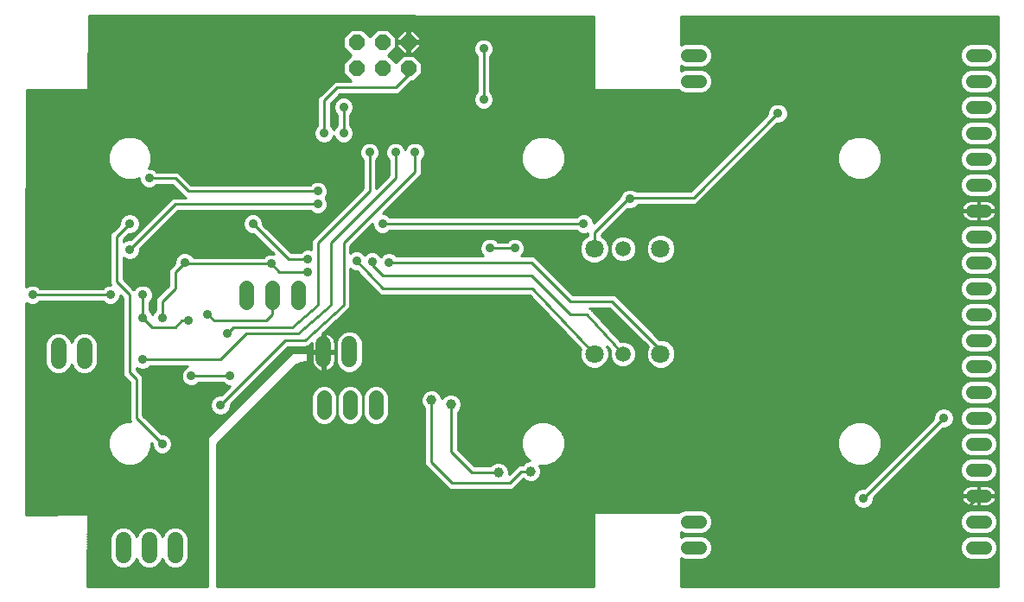
<source format=gbl>
G75*
%MOIN*%
%OFA0B0*%
%FSLAX24Y24*%
%IPPOS*%
%LPD*%
%AMOC8*
5,1,8,0,0,1.08239X$1,22.5*
%
%ADD10OC8,0.0600*%
%ADD11C,0.0515*%
%ADD12C,0.0594*%
%ADD13C,0.0709*%
%ADD14C,0.0600*%
%ADD15C,0.0560*%
%ADD16C,0.0310*%
%ADD17C,0.0100*%
%ADD18C,0.0396*%
%ADD19C,0.0360*%
D10*
X013105Y020435D03*
X014105Y020435D03*
X015105Y020435D03*
X015105Y021435D03*
X014105Y021435D03*
X013105Y021435D03*
D11*
X025848Y020936D02*
X026363Y020936D01*
X026363Y019936D02*
X025848Y019936D01*
X036848Y019936D02*
X037363Y019936D01*
X037363Y018936D02*
X036848Y018936D01*
X036848Y017936D02*
X037363Y017936D01*
X037363Y016936D02*
X036848Y016936D01*
X036848Y015936D02*
X037363Y015936D01*
X037363Y014936D02*
X036848Y014936D01*
X036848Y013936D02*
X037363Y013936D01*
X037363Y012936D02*
X036848Y012936D01*
X036848Y011936D02*
X037363Y011936D01*
X037363Y010936D02*
X036848Y010936D01*
X036848Y009936D02*
X037363Y009936D01*
X037363Y008936D02*
X036848Y008936D01*
X036848Y007936D02*
X037363Y007936D01*
X037363Y006936D02*
X036848Y006936D01*
X036848Y005936D02*
X037363Y005936D01*
X037363Y004936D02*
X036848Y004936D01*
X036848Y003936D02*
X037363Y003936D01*
X037363Y002936D02*
X036848Y002936D01*
X036848Y001936D02*
X037363Y001936D01*
X026363Y001936D02*
X025848Y001936D01*
X025848Y002936D02*
X026363Y002936D01*
X036848Y020936D02*
X037363Y020936D01*
D12*
X023380Y013463D03*
X023380Y009407D03*
D13*
X022278Y009407D03*
X024837Y009407D03*
X024837Y013463D03*
X022278Y013463D03*
D14*
X012831Y009782D02*
X012831Y009182D01*
X011831Y009182D02*
X011831Y009782D01*
X002605Y009735D02*
X002605Y009135D01*
X001605Y009135D02*
X001605Y009735D01*
X004105Y002235D02*
X004105Y001635D01*
X005105Y001635D02*
X005105Y002235D01*
X006105Y002235D02*
X006105Y001635D01*
D15*
X011855Y007155D02*
X011855Y007715D01*
X012855Y007715D02*
X012855Y007155D01*
X013855Y007155D02*
X013855Y007715D01*
X010855Y011405D02*
X010855Y011965D01*
X009855Y011965D02*
X009855Y011405D01*
X008855Y011405D02*
X008855Y011965D01*
D16*
X007418Y014435D03*
X012105Y016935D03*
X015605Y014935D03*
X017605Y013435D03*
X021380Y014935D03*
X018605Y016185D03*
X016105Y020935D03*
X020755Y021435D03*
X002605Y013935D03*
X005605Y006685D03*
X008855Y006685D03*
X013230Y005685D03*
X015605Y008935D03*
D17*
X002740Y003215D02*
X002730Y000435D01*
X007355Y000435D01*
X007355Y006185D01*
X010605Y009460D01*
X011230Y009460D01*
X011230Y009135D01*
X010780Y009010D01*
X007730Y005935D01*
X007730Y000435D01*
X022255Y000435D01*
X022255Y003285D01*
X025536Y003285D01*
X025583Y003332D01*
X025755Y003403D01*
X026456Y003403D01*
X026628Y003332D01*
X026759Y003201D01*
X026831Y003029D01*
X026831Y002843D01*
X026759Y002671D01*
X026628Y002539D01*
X026456Y002468D01*
X025755Y002468D01*
X025605Y002530D01*
X025605Y002341D01*
X025755Y002403D01*
X026456Y002403D01*
X026628Y002332D01*
X026759Y002201D01*
X026831Y002029D01*
X026831Y001843D01*
X026759Y001671D01*
X026628Y001539D01*
X026456Y001468D01*
X025755Y001468D01*
X025605Y001530D01*
X025605Y000435D01*
X037855Y000435D01*
X037855Y022435D01*
X025605Y022435D01*
X025605Y021341D01*
X025755Y021404D01*
X026456Y021404D01*
X026628Y021332D01*
X026759Y021201D01*
X026831Y021029D01*
X026831Y020843D01*
X026759Y020671D01*
X026628Y020540D01*
X026456Y020469D01*
X025755Y020469D01*
X025605Y020531D01*
X025605Y020341D01*
X025755Y020404D01*
X026456Y020404D01*
X026628Y020332D01*
X026759Y020201D01*
X026831Y020029D01*
X026831Y019843D01*
X026759Y019671D01*
X026628Y019540D01*
X026456Y019469D01*
X025755Y019469D01*
X025583Y019540D01*
X025538Y019585D01*
X022255Y019585D01*
X022255Y022435D01*
X008629Y022470D01*
X002790Y022470D01*
X002760Y019605D01*
X000385Y019605D01*
X000366Y011998D01*
X000384Y012016D01*
X000527Y012075D01*
X000683Y012075D01*
X000826Y012016D01*
X000897Y011945D01*
X003313Y011945D01*
X003384Y012016D01*
X003527Y012075D01*
X003619Y012075D01*
X003595Y012133D01*
X003595Y013987D01*
X003635Y014082D01*
X003708Y014155D01*
X003965Y014413D01*
X003965Y014513D01*
X004024Y014656D01*
X004134Y014766D01*
X004277Y014825D01*
X004433Y014825D01*
X004576Y014766D01*
X004686Y014656D01*
X004745Y014513D01*
X004745Y014357D01*
X004686Y014214D01*
X004576Y014104D01*
X004433Y014045D01*
X004333Y014045D01*
X004115Y013827D01*
X004115Y013747D01*
X004134Y013766D01*
X004277Y013825D01*
X004377Y013825D01*
X005958Y015405D01*
X006053Y015445D01*
X006505Y015445D01*
X006458Y015465D01*
X005997Y015925D01*
X005397Y015925D01*
X005326Y015854D01*
X005183Y015795D01*
X005027Y015795D01*
X004884Y015854D01*
X004774Y015964D01*
X004715Y016107D01*
X004715Y016214D01*
X004522Y016134D01*
X004188Y016134D01*
X003879Y016262D01*
X003643Y016498D01*
X003515Y016807D01*
X003515Y017141D01*
X003643Y017450D01*
X003879Y017686D01*
X004188Y017814D01*
X004522Y017814D01*
X004831Y017686D01*
X005067Y017450D01*
X005195Y017141D01*
X005195Y016807D01*
X005099Y016575D01*
X005183Y016575D01*
X005326Y016516D01*
X005397Y016445D01*
X006157Y016445D01*
X006252Y016405D01*
X006325Y016332D01*
X006713Y015945D01*
X011313Y015945D01*
X011384Y016016D01*
X011527Y016075D01*
X011683Y016075D01*
X011826Y016016D01*
X011936Y015906D01*
X011995Y015763D01*
X011995Y015607D01*
X011936Y015464D01*
X011907Y015435D01*
X011936Y015406D01*
X011995Y015263D01*
X011995Y015107D01*
X011936Y014964D01*
X011826Y014854D01*
X011683Y014795D01*
X011527Y014795D01*
X011384Y014854D01*
X011313Y014925D01*
X006213Y014925D01*
X004745Y013457D01*
X004745Y013357D01*
X004686Y013214D01*
X004576Y013104D01*
X004433Y013045D01*
X004277Y013045D01*
X004134Y013104D01*
X004115Y013123D01*
X004115Y012293D01*
X004502Y011905D01*
X004518Y011890D01*
X004524Y011906D01*
X004634Y012016D01*
X004777Y012075D01*
X004933Y012075D01*
X005076Y012016D01*
X005186Y011906D01*
X005245Y011763D01*
X005245Y011607D01*
X005186Y011464D01*
X005115Y011393D01*
X005115Y011102D01*
X005186Y011031D01*
X005230Y010924D01*
X005274Y011031D01*
X005345Y011102D01*
X005345Y011487D01*
X005385Y011582D01*
X005845Y012043D01*
X005845Y012612D01*
X005885Y012707D01*
X006090Y012913D01*
X006090Y013013D01*
X006149Y013156D01*
X006259Y013266D01*
X006402Y013325D01*
X006558Y013325D01*
X006701Y013266D01*
X006811Y013156D01*
X006815Y013145D01*
X009513Y013145D01*
X009584Y013216D01*
X009727Y013275D01*
X009883Y013275D01*
X009908Y013265D01*
X009127Y014045D01*
X009027Y014045D01*
X008884Y014104D01*
X008774Y014214D01*
X008715Y014357D01*
X008715Y014513D01*
X008774Y014656D01*
X008884Y014766D01*
X009027Y014825D01*
X009183Y014825D01*
X009326Y014766D01*
X009436Y014656D01*
X009495Y014513D01*
X009495Y014413D01*
X010588Y013320D01*
X010938Y013320D01*
X011009Y013391D01*
X011152Y013450D01*
X011308Y013450D01*
X011345Y013434D01*
X011345Y013737D01*
X011385Y013832D01*
X011458Y013905D01*
X011458Y013905D01*
X013345Y015793D01*
X013345Y016893D01*
X013274Y016964D01*
X013215Y017107D01*
X013215Y017263D01*
X013274Y017406D01*
X013384Y017516D01*
X013527Y017575D01*
X013683Y017575D01*
X013826Y017516D01*
X013936Y017406D01*
X013995Y017263D01*
X013995Y017107D01*
X013936Y016964D01*
X013865Y016893D01*
X013865Y015813D01*
X014345Y016293D01*
X014345Y016893D01*
X014274Y016964D01*
X014215Y017107D01*
X014215Y017263D01*
X014274Y017406D01*
X014384Y017516D01*
X014527Y017575D01*
X014683Y017575D01*
X014826Y017516D01*
X014936Y017406D01*
X014980Y017299D01*
X015024Y017406D01*
X015134Y017516D01*
X015277Y017575D01*
X015433Y017575D01*
X015576Y017516D01*
X015686Y017406D01*
X015745Y017263D01*
X015745Y017107D01*
X015686Y016964D01*
X015615Y016893D01*
X015615Y016383D01*
X015575Y016288D01*
X014113Y014825D01*
X014183Y014825D01*
X014326Y014766D01*
X014397Y014695D01*
X021576Y014695D01*
X021647Y014766D01*
X021790Y014825D01*
X021945Y014825D01*
X022088Y014766D01*
X022198Y014656D01*
X022258Y014513D01*
X022258Y014455D01*
X023265Y015463D01*
X023324Y015606D01*
X023434Y015716D01*
X023577Y015775D01*
X023733Y015775D01*
X023876Y015716D01*
X023897Y015695D01*
X025997Y015695D01*
X028965Y018663D01*
X028965Y018763D01*
X029024Y018906D01*
X029134Y019016D01*
X029277Y019075D01*
X029433Y019075D01*
X029576Y019016D01*
X029686Y018906D01*
X029745Y018763D01*
X029745Y018607D01*
X029686Y018464D01*
X029576Y018354D01*
X029433Y018295D01*
X029333Y018295D01*
X026252Y015215D01*
X026157Y015175D01*
X023990Y015175D01*
X023986Y015164D01*
X023876Y015054D01*
X023733Y014995D01*
X023577Y014995D01*
X023546Y015008D01*
X022542Y014004D01*
X022541Y013964D01*
X022598Y013941D01*
X022756Y013782D01*
X022842Y013575D01*
X022842Y013350D01*
X022756Y013143D01*
X022598Y012984D01*
X022390Y012898D01*
X022166Y012898D01*
X021958Y012984D01*
X021799Y013143D01*
X021714Y013350D01*
X021714Y013575D01*
X021799Y013782D01*
X021958Y013941D01*
X022021Y013967D01*
X022022Y014077D01*
X021945Y014045D01*
X021790Y014045D01*
X021647Y014104D01*
X021576Y014175D01*
X014397Y014175D01*
X014326Y014104D01*
X014183Y014045D01*
X014027Y014045D01*
X013884Y014104D01*
X013774Y014214D01*
X013715Y014357D01*
X013715Y014427D01*
X012865Y013577D01*
X012865Y013309D01*
X012884Y013328D01*
X013027Y013388D01*
X013183Y013388D01*
X013326Y013328D01*
X013418Y013237D01*
X013484Y013303D01*
X013627Y013362D01*
X013783Y013362D01*
X013926Y013303D01*
X014036Y013193D01*
X014043Y013175D01*
X014134Y013266D01*
X014277Y013325D01*
X014433Y013325D01*
X014576Y013266D01*
X014647Y013195D01*
X017993Y013195D01*
X017924Y013264D01*
X017865Y013407D01*
X017865Y013563D01*
X017924Y013706D01*
X018034Y013816D01*
X018177Y013875D01*
X018333Y013875D01*
X018476Y013816D01*
X018547Y013745D01*
X018913Y013745D01*
X018984Y013816D01*
X019127Y013875D01*
X019283Y013875D01*
X019426Y013816D01*
X019536Y013706D01*
X019595Y013563D01*
X019595Y013407D01*
X019536Y013264D01*
X019467Y013195D01*
X019907Y013195D01*
X020002Y013155D01*
X021463Y011695D01*
X023011Y011695D01*
X023107Y011655D01*
X024790Y009972D01*
X024949Y009972D01*
X025157Y009886D01*
X025315Y009727D01*
X025401Y009520D01*
X025401Y009295D01*
X025315Y009088D01*
X025157Y008929D01*
X024949Y008843D01*
X024725Y008843D01*
X024517Y008929D01*
X024358Y009088D01*
X024273Y009295D01*
X024273Y009520D01*
X024341Y009685D01*
X022852Y011175D01*
X022103Y011175D01*
X022108Y011173D01*
X022150Y011155D01*
X022155Y011151D01*
X022161Y011148D01*
X022191Y011114D01*
X022223Y011082D01*
X022226Y011076D01*
X023275Y009912D01*
X023279Y009914D01*
X023481Y009914D01*
X023667Y009837D01*
X023810Y009695D01*
X023887Y009508D01*
X023887Y009307D01*
X023810Y009120D01*
X023667Y008978D01*
X023481Y008901D01*
X023279Y008901D01*
X023093Y008978D01*
X022951Y009120D01*
X022873Y009307D01*
X022873Y009508D01*
X022894Y009558D01*
X022769Y009697D01*
X022842Y009520D01*
X022842Y009295D01*
X022756Y009088D01*
X022598Y008929D01*
X022390Y008843D01*
X022166Y008843D01*
X021958Y008929D01*
X021799Y009088D01*
X021714Y009295D01*
X021714Y009520D01*
X021745Y009595D01*
X019788Y011675D01*
X014153Y011675D01*
X014149Y011674D01*
X014101Y011675D01*
X014053Y011675D01*
X014050Y011677D01*
X014045Y011677D01*
X014002Y011696D01*
X013958Y011715D01*
X013955Y011717D01*
X013951Y011719D01*
X013918Y011754D01*
X013885Y011788D01*
X013883Y011791D01*
X013115Y012608D01*
X013027Y012608D01*
X012884Y012667D01*
X012865Y012686D01*
X012865Y011356D01*
X012867Y011350D01*
X012865Y011304D01*
X012865Y011258D01*
X012863Y011253D01*
X012863Y011247D01*
X012843Y011205D01*
X012825Y011163D01*
X012821Y011159D01*
X012819Y011153D01*
X012785Y011122D01*
X012752Y011090D01*
X012747Y011087D01*
X011781Y010202D01*
X011781Y009532D01*
X011781Y009432D01*
X011381Y009432D01*
X011381Y009147D01*
X011392Y009077D01*
X011414Y009010D01*
X011447Y008946D01*
X011488Y008889D01*
X011538Y008839D01*
X011596Y008797D01*
X011659Y008765D01*
X011726Y008743D01*
X011781Y008735D01*
X011781Y009432D01*
X011881Y009432D01*
X011881Y008735D01*
X011937Y008743D01*
X012004Y008765D01*
X012067Y008797D01*
X012125Y008839D01*
X012175Y008889D01*
X012216Y008946D01*
X012248Y009010D01*
X012270Y009077D01*
X012281Y009147D01*
X012281Y009432D01*
X011881Y009432D01*
X011881Y009532D01*
X011781Y009532D01*
X011381Y009532D01*
X011381Y009818D01*
X011385Y009839D01*
X011285Y009747D01*
X011252Y009715D01*
X011247Y009712D01*
X011243Y009708D01*
X011199Y009693D01*
X011157Y009675D01*
X011151Y009675D01*
X011145Y009673D01*
X011099Y009675D01*
X010463Y009675D01*
X008245Y007457D01*
X008245Y007357D01*
X008186Y007214D01*
X008076Y007104D01*
X007933Y007045D01*
X007777Y007045D01*
X007634Y007104D01*
X007524Y007214D01*
X007465Y007357D01*
X007465Y007513D01*
X007524Y007656D01*
X007634Y007766D01*
X007777Y007825D01*
X007877Y007825D01*
X008222Y008170D01*
X008152Y008170D01*
X008009Y008229D01*
X007938Y008300D01*
X007022Y008300D01*
X006951Y008229D01*
X006808Y008170D01*
X006652Y008170D01*
X006509Y008229D01*
X006399Y008339D01*
X006340Y008482D01*
X006340Y008638D01*
X006399Y008781D01*
X006509Y008891D01*
X006592Y008925D01*
X005147Y008925D01*
X005076Y008854D01*
X004933Y008795D01*
X004777Y008795D01*
X004634Y008854D01*
X004615Y008873D01*
X004615Y008793D01*
X004752Y008655D01*
X004825Y008582D01*
X004865Y008487D01*
X004865Y007043D01*
X005583Y006325D01*
X005683Y006325D01*
X005826Y006266D01*
X005936Y006156D01*
X005995Y006013D01*
X005995Y005857D01*
X005936Y005714D01*
X005826Y005604D01*
X005683Y005545D01*
X005527Y005545D01*
X005384Y005604D01*
X005274Y005714D01*
X005215Y005857D01*
X005215Y005957D01*
X005195Y005977D01*
X005195Y005783D01*
X005067Y005475D01*
X004831Y005238D01*
X004522Y005110D01*
X004188Y005110D01*
X003879Y005238D01*
X003643Y005475D01*
X003515Y005783D01*
X003515Y006117D01*
X003643Y006426D01*
X003879Y006662D01*
X004188Y006790D01*
X004384Y006790D01*
X004345Y006883D01*
X000354Y006883D01*
X000354Y006785D02*
X004174Y006785D01*
X004345Y006883D02*
X004345Y008327D01*
X004135Y008538D01*
X004095Y008633D01*
X004095Y011577D01*
X003995Y011677D01*
X003995Y011607D01*
X003936Y011464D01*
X003826Y011354D01*
X003683Y011295D01*
X003527Y011295D01*
X003384Y011354D01*
X003313Y011425D01*
X000897Y011425D01*
X000826Y011354D01*
X000683Y011295D01*
X000527Y011295D01*
X000384Y011354D01*
X000365Y011374D01*
X000345Y003205D01*
X002740Y003215D01*
X002740Y003140D02*
X007355Y003140D01*
X007355Y003042D02*
X002739Y003042D01*
X002739Y002943D02*
X007355Y002943D01*
X007355Y002845D02*
X002739Y002845D01*
X002738Y002746D02*
X007355Y002746D01*
X007355Y002648D02*
X006414Y002648D01*
X006394Y002667D02*
X006206Y002745D01*
X006004Y002745D01*
X005816Y002667D01*
X005673Y002524D01*
X005605Y002361D01*
X005537Y002524D01*
X005394Y002667D01*
X005206Y002745D01*
X005004Y002745D01*
X004816Y002667D01*
X004673Y002524D01*
X004605Y002361D01*
X004537Y002524D01*
X004394Y002667D01*
X004206Y002745D01*
X004004Y002745D01*
X003816Y002667D01*
X003673Y002524D01*
X003595Y002336D01*
X003595Y001534D01*
X003673Y001346D01*
X003816Y001203D01*
X004004Y001125D01*
X004206Y001125D01*
X004394Y001203D01*
X004537Y001346D01*
X004605Y001509D01*
X004673Y001346D01*
X004816Y001203D01*
X005004Y001125D01*
X005206Y001125D01*
X005394Y001203D01*
X005537Y001346D01*
X005605Y001509D01*
X005673Y001346D01*
X005816Y001203D01*
X006004Y001125D01*
X006206Y001125D01*
X006394Y001203D01*
X006537Y001346D01*
X006615Y001534D01*
X006615Y002336D01*
X006537Y002524D01*
X006394Y002667D01*
X006512Y002549D02*
X007355Y002549D01*
X007355Y002451D02*
X006568Y002451D01*
X006609Y002352D02*
X007355Y002352D01*
X007355Y002254D02*
X006615Y002254D01*
X006615Y002155D02*
X007355Y002155D01*
X007355Y002057D02*
X006615Y002057D01*
X006615Y001958D02*
X007355Y001958D01*
X007355Y001860D02*
X006615Y001860D01*
X006615Y001761D02*
X007355Y001761D01*
X007355Y001663D02*
X006615Y001663D01*
X006615Y001564D02*
X007355Y001564D01*
X007355Y001466D02*
X006587Y001466D01*
X006546Y001367D02*
X007355Y001367D01*
X007355Y001269D02*
X006460Y001269D01*
X006315Y001170D02*
X007355Y001170D01*
X007355Y001072D02*
X002732Y001072D01*
X002733Y001170D02*
X003895Y001170D01*
X003750Y001269D02*
X002733Y001269D01*
X002733Y001367D02*
X003664Y001367D01*
X003623Y001466D02*
X002734Y001466D01*
X002734Y001564D02*
X003595Y001564D01*
X003595Y001663D02*
X002734Y001663D01*
X002735Y001761D02*
X003595Y001761D01*
X003595Y001860D02*
X002735Y001860D01*
X002735Y001958D02*
X003595Y001958D01*
X003595Y002057D02*
X002736Y002057D01*
X002736Y002155D02*
X003595Y002155D01*
X003595Y002254D02*
X002737Y002254D01*
X002737Y002352D02*
X003601Y002352D01*
X003642Y002451D02*
X002737Y002451D01*
X002738Y002549D02*
X003698Y002549D01*
X003796Y002648D02*
X002738Y002648D01*
X004414Y002648D02*
X004796Y002648D01*
X004698Y002549D02*
X004512Y002549D01*
X004568Y002451D02*
X004642Y002451D01*
X005414Y002648D02*
X005796Y002648D01*
X005698Y002549D02*
X005512Y002549D01*
X005568Y002451D02*
X005642Y002451D01*
X005623Y001466D02*
X005587Y001466D01*
X005546Y001367D02*
X005664Y001367D01*
X005750Y001269D02*
X005460Y001269D01*
X005315Y001170D02*
X005895Y001170D01*
X004895Y001170D02*
X004315Y001170D01*
X004460Y001269D02*
X004750Y001269D01*
X004664Y001367D02*
X004546Y001367D01*
X004587Y001466D02*
X004623Y001466D01*
X002732Y000973D02*
X007355Y000973D01*
X007355Y000875D02*
X002732Y000875D01*
X002731Y000776D02*
X007355Y000776D01*
X007355Y000678D02*
X002731Y000678D01*
X002731Y000579D02*
X007355Y000579D01*
X007355Y000481D02*
X002730Y000481D01*
X000345Y003239D02*
X007355Y003239D01*
X007355Y003337D02*
X000345Y003337D01*
X000346Y003436D02*
X007355Y003436D01*
X007355Y003534D02*
X000346Y003534D01*
X000346Y003633D02*
X007355Y003633D01*
X007355Y003731D02*
X000346Y003731D01*
X000347Y003830D02*
X007355Y003830D01*
X007355Y003928D02*
X000347Y003928D01*
X000347Y004027D02*
X007355Y004027D01*
X007355Y004125D02*
X000347Y004125D01*
X000347Y004224D02*
X007355Y004224D01*
X007355Y004322D02*
X000348Y004322D01*
X000348Y004421D02*
X007355Y004421D01*
X007355Y004519D02*
X000348Y004519D01*
X000348Y004618D02*
X007355Y004618D01*
X007355Y004716D02*
X000349Y004716D01*
X000349Y004815D02*
X007355Y004815D01*
X007355Y004913D02*
X000349Y004913D01*
X000349Y005012D02*
X007355Y005012D01*
X007355Y005110D02*
X000350Y005110D01*
X000350Y005209D02*
X003951Y005209D01*
X003811Y005307D02*
X000350Y005307D01*
X000350Y005406D02*
X003712Y005406D01*
X003631Y005504D02*
X000351Y005504D01*
X000351Y005603D02*
X003590Y005603D01*
X003549Y005701D02*
X000351Y005701D01*
X000351Y005800D02*
X003515Y005800D01*
X003515Y005898D02*
X000352Y005898D01*
X000352Y005997D02*
X003515Y005997D01*
X003515Y006095D02*
X000352Y006095D01*
X000352Y006194D02*
X003547Y006194D01*
X003587Y006292D02*
X000353Y006292D01*
X000353Y006391D02*
X003628Y006391D01*
X003706Y006489D02*
X000353Y006489D01*
X000353Y006588D02*
X003804Y006588D01*
X003936Y006686D02*
X000353Y006686D01*
X000354Y006982D02*
X004345Y006982D01*
X004345Y007080D02*
X000354Y007080D01*
X000355Y007179D02*
X004345Y007179D01*
X004345Y007277D02*
X000355Y007277D01*
X000355Y007376D02*
X004345Y007376D01*
X004345Y007474D02*
X000355Y007474D01*
X000356Y007573D02*
X004345Y007573D01*
X004345Y007671D02*
X000356Y007671D01*
X000356Y007770D02*
X004345Y007770D01*
X004345Y007868D02*
X000356Y007868D01*
X000357Y007967D02*
X004345Y007967D01*
X004345Y008065D02*
X000357Y008065D01*
X000357Y008164D02*
X004345Y008164D01*
X004345Y008262D02*
X000357Y008262D01*
X000358Y008361D02*
X004312Y008361D01*
X004213Y008459D02*
X000358Y008459D01*
X000358Y008558D02*
X004126Y008558D01*
X004095Y008656D02*
X002781Y008656D01*
X002706Y008625D02*
X002894Y008703D01*
X003037Y008846D01*
X003115Y009034D01*
X003115Y009836D01*
X003037Y010024D01*
X002894Y010167D01*
X002706Y010245D01*
X002504Y010245D01*
X002316Y010167D01*
X002173Y010024D01*
X002105Y009861D01*
X002037Y010024D01*
X001894Y010167D01*
X001706Y010245D01*
X001504Y010245D01*
X001316Y010167D01*
X001173Y010024D01*
X001095Y009836D01*
X001095Y009034D01*
X001173Y008846D01*
X001316Y008703D01*
X001504Y008625D01*
X001706Y008625D01*
X001894Y008703D01*
X002037Y008846D01*
X002105Y009009D01*
X002173Y008846D01*
X002316Y008703D01*
X002504Y008625D01*
X002706Y008625D01*
X002946Y008755D02*
X004095Y008755D01*
X004095Y008853D02*
X003040Y008853D01*
X003081Y008952D02*
X004095Y008952D01*
X004095Y009050D02*
X003115Y009050D01*
X003115Y009149D02*
X004095Y009149D01*
X004095Y009247D02*
X003115Y009247D01*
X003115Y009346D02*
X004095Y009346D01*
X004095Y009444D02*
X003115Y009444D01*
X003115Y009543D02*
X004095Y009543D01*
X004095Y009641D02*
X003115Y009641D01*
X003115Y009740D02*
X004095Y009740D01*
X004095Y009838D02*
X003114Y009838D01*
X003074Y009937D02*
X004095Y009937D01*
X004095Y010035D02*
X003026Y010035D01*
X002928Y010134D02*
X004095Y010134D01*
X004095Y010232D02*
X002738Y010232D01*
X002472Y010232D02*
X001738Y010232D01*
X001928Y010134D02*
X002282Y010134D01*
X002184Y010035D02*
X002026Y010035D01*
X002074Y009937D02*
X002136Y009937D01*
X001472Y010232D02*
X000362Y010232D01*
X000362Y010134D02*
X001282Y010134D01*
X001184Y010035D02*
X000362Y010035D01*
X000361Y009937D02*
X001136Y009937D01*
X001096Y009838D02*
X000361Y009838D01*
X000361Y009740D02*
X001095Y009740D01*
X001095Y009641D02*
X000361Y009641D01*
X000360Y009543D02*
X001095Y009543D01*
X001095Y009444D02*
X000360Y009444D01*
X000360Y009346D02*
X001095Y009346D01*
X001095Y009247D02*
X000360Y009247D01*
X000359Y009149D02*
X001095Y009149D01*
X001095Y009050D02*
X000359Y009050D01*
X000359Y008952D02*
X001129Y008952D01*
X001170Y008853D02*
X000359Y008853D01*
X000359Y008755D02*
X001264Y008755D01*
X001429Y008656D02*
X000358Y008656D01*
X001781Y008656D02*
X002429Y008656D01*
X002264Y008755D02*
X001946Y008755D01*
X002040Y008853D02*
X002170Y008853D01*
X002129Y008952D02*
X002081Y008952D01*
X000362Y010331D02*
X004095Y010331D01*
X004095Y010429D02*
X000363Y010429D01*
X000363Y010528D02*
X004095Y010528D01*
X004095Y010626D02*
X000363Y010626D01*
X000363Y010725D02*
X004095Y010725D01*
X004095Y010823D02*
X000364Y010823D01*
X000364Y010922D02*
X004095Y010922D01*
X004095Y011020D02*
X000364Y011020D01*
X000364Y011119D02*
X004095Y011119D01*
X004095Y011217D02*
X000365Y011217D01*
X000365Y011316D02*
X000478Y011316D01*
X000732Y011316D02*
X003478Y011316D01*
X003324Y011414D02*
X000886Y011414D01*
X000605Y011685D02*
X003605Y011685D01*
X003886Y011414D02*
X004095Y011414D01*
X004095Y011316D02*
X003732Y011316D01*
X003956Y011513D02*
X004095Y011513D01*
X004061Y011611D02*
X003995Y011611D01*
X004355Y011685D02*
X004355Y008685D01*
X004605Y008435D01*
X004605Y006935D01*
X005605Y005935D01*
X005762Y006292D02*
X007461Y006292D01*
X007363Y006194D02*
X005898Y006194D01*
X005961Y006095D02*
X007355Y006095D01*
X007355Y005997D02*
X005995Y005997D01*
X005995Y005898D02*
X007355Y005898D01*
X007355Y005800D02*
X005971Y005800D01*
X005923Y005701D02*
X007355Y005701D01*
X007355Y005603D02*
X005821Y005603D01*
X005389Y005603D02*
X005120Y005603D01*
X005161Y005701D02*
X005287Y005701D01*
X005239Y005800D02*
X005195Y005800D01*
X005195Y005898D02*
X005215Y005898D01*
X005079Y005504D02*
X007355Y005504D01*
X007355Y005406D02*
X004998Y005406D01*
X004899Y005307D02*
X007355Y005307D01*
X007355Y005209D02*
X004759Y005209D01*
X005517Y006391D02*
X007559Y006391D01*
X007657Y006489D02*
X005419Y006489D01*
X005320Y006588D02*
X007754Y006588D01*
X007852Y006686D02*
X005222Y006686D01*
X005123Y006785D02*
X007950Y006785D01*
X008048Y006883D02*
X005025Y006883D01*
X004926Y006982D02*
X008145Y006982D01*
X008243Y007080D02*
X008017Y007080D01*
X008150Y007179D02*
X008341Y007179D01*
X008439Y007277D02*
X008212Y007277D01*
X008245Y007376D02*
X008536Y007376D01*
X008634Y007474D02*
X008262Y007474D01*
X008360Y007573D02*
X008732Y007573D01*
X008830Y007671D02*
X008459Y007671D01*
X008557Y007770D02*
X008927Y007770D01*
X009025Y007868D02*
X008656Y007868D01*
X008754Y007967D02*
X009123Y007967D01*
X009221Y008065D02*
X008853Y008065D01*
X008951Y008164D02*
X009318Y008164D01*
X009416Y008262D02*
X009050Y008262D01*
X009148Y008361D02*
X009514Y008361D01*
X009612Y008459D02*
X009247Y008459D01*
X009345Y008558D02*
X009709Y008558D01*
X009807Y008656D02*
X009444Y008656D01*
X009542Y008755D02*
X009905Y008755D01*
X010003Y008853D02*
X009641Y008853D01*
X009739Y008952D02*
X010100Y008952D01*
X010198Y009050D02*
X009838Y009050D01*
X009936Y009149D02*
X010296Y009149D01*
X010394Y009247D02*
X010035Y009247D01*
X010133Y009346D02*
X010491Y009346D01*
X010589Y009444D02*
X010232Y009444D01*
X010330Y009543D02*
X011381Y009543D01*
X011381Y009641D02*
X010429Y009641D01*
X010355Y009935D02*
X011105Y009935D01*
X012605Y011310D01*
X012605Y013685D01*
X015355Y016435D01*
X015355Y017185D01*
X015712Y017029D02*
X019460Y017029D01*
X019460Y017127D02*
X015745Y017127D01*
X015745Y017226D02*
X019495Y017226D01*
X019460Y017141D02*
X019588Y017450D01*
X019824Y017686D01*
X020133Y017814D01*
X020467Y017814D01*
X020776Y017686D01*
X021012Y017450D01*
X021140Y017141D01*
X021140Y016807D01*
X021012Y016498D01*
X020776Y016262D01*
X020467Y016134D01*
X020133Y016134D01*
X019824Y016262D01*
X019588Y016498D01*
X019460Y016807D01*
X019460Y017141D01*
X019536Y017324D02*
X015720Y017324D01*
X015669Y017423D02*
X019577Y017423D01*
X019659Y017521D02*
X015563Y017521D01*
X015147Y017521D02*
X014813Y017521D01*
X014919Y017423D02*
X015041Y017423D01*
X014990Y017324D02*
X014970Y017324D01*
X014605Y017185D02*
X014605Y016185D01*
X012105Y013685D01*
X012105Y011310D01*
X010855Y010185D01*
X008855Y010185D01*
X007855Y009185D01*
X004855Y009185D01*
X005073Y008853D02*
X006471Y008853D01*
X006388Y008755D02*
X004653Y008755D01*
X004637Y008853D02*
X004615Y008853D01*
X004752Y008656D02*
X006348Y008656D01*
X006340Y008558D02*
X004836Y008558D01*
X004865Y008459D02*
X006350Y008459D01*
X006390Y008361D02*
X004865Y008361D01*
X004865Y008262D02*
X006476Y008262D01*
X006730Y008560D02*
X008230Y008560D01*
X007976Y008262D02*
X006984Y008262D01*
X007643Y007770D02*
X004865Y007770D01*
X004865Y007868D02*
X007920Y007868D01*
X008019Y007967D02*
X004865Y007967D01*
X004865Y008065D02*
X008117Y008065D01*
X008216Y008164D02*
X004865Y008164D01*
X004865Y007671D02*
X007539Y007671D01*
X007490Y007573D02*
X004865Y007573D01*
X004865Y007474D02*
X007465Y007474D01*
X007465Y007376D02*
X004865Y007376D01*
X004865Y007277D02*
X007498Y007277D01*
X007560Y007179D02*
X004865Y007179D01*
X004865Y007080D02*
X007693Y007080D01*
X007855Y007435D02*
X010355Y009935D01*
X010605Y010435D02*
X008355Y010435D01*
X008105Y010185D01*
X007605Y010685D02*
X007355Y010935D01*
X007605Y010685D02*
X009605Y010685D01*
X009855Y010935D01*
X009855Y011685D01*
X010130Y012560D02*
X009805Y012885D01*
X006530Y012885D01*
X006480Y012935D01*
X006105Y012560D01*
X006105Y011935D01*
X005605Y011435D01*
X005605Y010810D01*
X005270Y011020D02*
X005190Y011020D01*
X005115Y011119D02*
X005345Y011119D01*
X005345Y011217D02*
X005115Y011217D01*
X005115Y011316D02*
X005345Y011316D01*
X005345Y011414D02*
X005136Y011414D01*
X005206Y011513D02*
X005356Y011513D01*
X005413Y011611D02*
X005245Y011611D01*
X005245Y011710D02*
X005512Y011710D01*
X005610Y011808D02*
X005226Y011808D01*
X005185Y011907D02*
X005709Y011907D01*
X005807Y012005D02*
X005087Y012005D01*
X004855Y011685D02*
X004855Y010810D01*
X005230Y010435D01*
X006105Y010435D01*
X006355Y010685D01*
X006605Y010685D01*
X004623Y012005D02*
X004403Y012005D01*
X004501Y011907D02*
X004525Y011907D01*
X004355Y011685D02*
X003855Y012185D01*
X003855Y013935D01*
X004355Y014435D01*
X004709Y014271D02*
X004823Y014271D01*
X004745Y014369D02*
X004921Y014369D01*
X005020Y014468D02*
X004745Y014468D01*
X004723Y014566D02*
X005118Y014566D01*
X005217Y014665D02*
X004677Y014665D01*
X004579Y014763D02*
X005315Y014763D01*
X005414Y014862D02*
X000373Y014862D01*
X000374Y014960D02*
X005512Y014960D01*
X005611Y015059D02*
X000374Y015059D01*
X000374Y015157D02*
X005709Y015157D01*
X005808Y015256D02*
X000374Y015256D01*
X000375Y015354D02*
X005906Y015354D01*
X006105Y015185D02*
X004355Y013435D01*
X004715Y013286D02*
X006307Y013286D01*
X006180Y013187D02*
X004659Y013187D01*
X004538Y013089D02*
X006121Y013089D01*
X006090Y012990D02*
X004115Y012990D01*
X004115Y012892D02*
X006069Y012892D01*
X005970Y012793D02*
X004115Y012793D01*
X004115Y012695D02*
X005879Y012695D01*
X005845Y012596D02*
X004115Y012596D01*
X004115Y012498D02*
X005845Y012498D01*
X005845Y012399D02*
X004115Y012399D01*
X004115Y012301D02*
X005845Y012301D01*
X005845Y012202D02*
X004206Y012202D01*
X004304Y012104D02*
X005845Y012104D01*
X006780Y013187D02*
X009555Y013187D01*
X009788Y013384D02*
X004745Y013384D01*
X004770Y013483D02*
X009690Y013483D01*
X009591Y013581D02*
X004869Y013581D01*
X004967Y013680D02*
X009493Y013680D01*
X009394Y013778D02*
X005066Y013778D01*
X005164Y013877D02*
X009296Y013877D01*
X009197Y013975D02*
X005263Y013975D01*
X005361Y014074D02*
X008959Y014074D01*
X008816Y014172D02*
X005460Y014172D01*
X005558Y014271D02*
X008751Y014271D01*
X008715Y014369D02*
X005657Y014369D01*
X005755Y014468D02*
X008715Y014468D01*
X008737Y014566D02*
X005854Y014566D01*
X005952Y014665D02*
X008783Y014665D01*
X008881Y014763D02*
X006051Y014763D01*
X006149Y014862D02*
X011377Y014862D01*
X011605Y015185D02*
X006105Y015185D01*
X006487Y015453D02*
X000375Y015453D01*
X000375Y015551D02*
X006371Y015551D01*
X006273Y015650D02*
X000375Y015650D01*
X000376Y015748D02*
X006174Y015748D01*
X006076Y015847D02*
X005307Y015847D01*
X004903Y015847D02*
X000376Y015847D01*
X000376Y015945D02*
X004793Y015945D01*
X004741Y016044D02*
X000376Y016044D01*
X000377Y016142D02*
X004169Y016142D01*
X003931Y016241D02*
X000377Y016241D01*
X000377Y016339D02*
X003802Y016339D01*
X003704Y016438D02*
X000377Y016438D01*
X000378Y016536D02*
X003627Y016536D01*
X003586Y016635D02*
X000378Y016635D01*
X000378Y016733D02*
X003546Y016733D01*
X003515Y016832D02*
X000378Y016832D01*
X000378Y016930D02*
X003515Y016930D01*
X003515Y017029D02*
X000379Y017029D01*
X000379Y017127D02*
X003515Y017127D01*
X003550Y017226D02*
X000379Y017226D01*
X000379Y017324D02*
X003591Y017324D01*
X003632Y017423D02*
X000380Y017423D01*
X000380Y017521D02*
X003714Y017521D01*
X003813Y017620D02*
X000380Y017620D01*
X000380Y017718D02*
X003957Y017718D01*
X004753Y017718D02*
X011523Y017718D01*
X011524Y017714D02*
X011634Y017604D01*
X011777Y017545D01*
X011933Y017545D01*
X012076Y017604D01*
X012186Y017714D01*
X012230Y017821D01*
X012274Y017714D01*
X012384Y017604D01*
X012527Y017545D01*
X012683Y017545D01*
X012826Y017604D01*
X012936Y017714D01*
X012995Y017857D01*
X012995Y018013D01*
X012936Y018156D01*
X012865Y018227D01*
X012865Y018643D01*
X012936Y018714D01*
X012995Y018857D01*
X012995Y019013D01*
X012936Y019156D01*
X012826Y019266D01*
X012683Y019325D01*
X012527Y019325D01*
X012384Y019266D01*
X012274Y019156D01*
X012215Y019013D01*
X012215Y018857D01*
X012274Y018714D01*
X012345Y018643D01*
X012345Y018227D01*
X012274Y018156D01*
X012230Y018049D01*
X012186Y018156D01*
X012115Y018227D01*
X012115Y019077D01*
X012463Y019425D01*
X014657Y019425D01*
X014752Y019465D01*
X014825Y019538D01*
X015213Y019925D01*
X015316Y019925D01*
X015615Y020224D01*
X015615Y020646D01*
X015316Y020945D01*
X014894Y020945D01*
X014605Y020656D01*
X014326Y020935D01*
X014615Y021224D01*
X014615Y021646D01*
X014316Y021945D01*
X013894Y021945D01*
X013605Y021656D01*
X013316Y021945D01*
X012894Y021945D01*
X012595Y021646D01*
X012595Y021224D01*
X012884Y020935D01*
X012595Y020646D01*
X012595Y020224D01*
X012874Y019945D01*
X012303Y019945D01*
X012208Y019905D01*
X011708Y019405D01*
X011635Y019332D01*
X011595Y019237D01*
X011595Y018227D01*
X011524Y018156D01*
X011465Y018013D01*
X011465Y017857D01*
X011524Y017714D01*
X011482Y017817D02*
X000381Y017817D01*
X000381Y017915D02*
X011465Y017915D01*
X011465Y018014D02*
X000381Y018014D01*
X000381Y018112D02*
X011506Y018112D01*
X011579Y018211D02*
X000382Y018211D01*
X000382Y018309D02*
X011595Y018309D01*
X011595Y018408D02*
X000382Y018408D01*
X000382Y018506D02*
X011595Y018506D01*
X011595Y018605D02*
X000383Y018605D01*
X000383Y018703D02*
X011595Y018703D01*
X011595Y018802D02*
X000383Y018802D01*
X000383Y018900D02*
X011595Y018900D01*
X011595Y018999D02*
X000384Y018999D01*
X000384Y019097D02*
X011595Y019097D01*
X011595Y019196D02*
X000384Y019196D01*
X000384Y019294D02*
X011619Y019294D01*
X011695Y019393D02*
X000384Y019393D01*
X000385Y019491D02*
X011793Y019491D01*
X011892Y019590D02*
X000385Y019590D01*
X002761Y019688D02*
X011990Y019688D01*
X012089Y019787D02*
X002762Y019787D01*
X002763Y019885D02*
X012187Y019885D01*
X012355Y019685D02*
X011855Y019185D01*
X011855Y017935D01*
X012131Y018211D02*
X012329Y018211D01*
X012345Y018309D02*
X012115Y018309D01*
X012115Y018408D02*
X012345Y018408D01*
X012345Y018506D02*
X012115Y018506D01*
X012115Y018605D02*
X012345Y018605D01*
X012285Y018703D02*
X012115Y018703D01*
X012115Y018802D02*
X012238Y018802D01*
X012215Y018900D02*
X012115Y018900D01*
X012115Y018999D02*
X012215Y018999D01*
X012250Y019097D02*
X012135Y019097D01*
X012233Y019196D02*
X012314Y019196D01*
X012332Y019294D02*
X012453Y019294D01*
X012430Y019393D02*
X017648Y019393D01*
X017674Y019456D02*
X017615Y019313D01*
X017615Y019157D01*
X017674Y019014D01*
X017784Y018904D01*
X017927Y018845D01*
X018083Y018845D01*
X018226Y018904D01*
X018336Y019014D01*
X018395Y019157D01*
X018395Y019313D01*
X018336Y019456D01*
X018265Y019527D01*
X018265Y020893D01*
X018336Y020964D01*
X018395Y021107D01*
X018395Y021263D01*
X018336Y021406D01*
X018226Y021516D01*
X018083Y021575D01*
X017927Y021575D01*
X017784Y021516D01*
X017674Y021406D01*
X017615Y021263D01*
X017615Y021107D01*
X017674Y020964D01*
X017745Y020893D01*
X017745Y019527D01*
X017674Y019456D01*
X017710Y019491D02*
X014779Y019491D01*
X014877Y019590D02*
X017745Y019590D01*
X017745Y019688D02*
X014976Y019688D01*
X015074Y019787D02*
X017745Y019787D01*
X017745Y019885D02*
X015173Y019885D01*
X015375Y019984D02*
X017745Y019984D01*
X017745Y020082D02*
X015473Y020082D01*
X015572Y020181D02*
X017745Y020181D01*
X017745Y020279D02*
X015615Y020279D01*
X015615Y020378D02*
X017745Y020378D01*
X017745Y020476D02*
X015615Y020476D01*
X015615Y020575D02*
X017745Y020575D01*
X017745Y020673D02*
X015588Y020673D01*
X015490Y020772D02*
X017745Y020772D01*
X017745Y020870D02*
X015391Y020870D01*
X015291Y020985D02*
X015155Y020985D01*
X015155Y021385D01*
X015155Y021485D01*
X015555Y021485D01*
X015555Y021621D01*
X015291Y021885D01*
X015155Y021885D01*
X015155Y021485D01*
X015055Y021485D01*
X015055Y021885D01*
X014919Y021885D01*
X014655Y021621D01*
X014655Y021485D01*
X015055Y021485D01*
X015055Y021385D01*
X015155Y021385D01*
X015555Y021385D01*
X015555Y021249D01*
X015291Y020985D01*
X015373Y021067D02*
X017632Y021067D01*
X017615Y021166D02*
X015472Y021166D01*
X015555Y021264D02*
X017616Y021264D01*
X017656Y021363D02*
X015555Y021363D01*
X015555Y021560D02*
X017890Y021560D01*
X017730Y021461D02*
X015155Y021461D01*
X015155Y021363D02*
X015055Y021363D01*
X015055Y021385D02*
X015055Y020985D01*
X014919Y020985D01*
X014655Y021249D01*
X014655Y021385D01*
X015055Y021385D01*
X015055Y021461D02*
X014615Y021461D01*
X014615Y021363D02*
X014655Y021363D01*
X014655Y021264D02*
X014615Y021264D01*
X014557Y021166D02*
X014738Y021166D01*
X014837Y021067D02*
X014458Y021067D01*
X014360Y020969D02*
X017673Y020969D01*
X018005Y021185D02*
X018005Y019235D01*
X018362Y019393D02*
X036729Y019393D01*
X036755Y019403D02*
X036583Y019332D01*
X036452Y019201D01*
X036381Y019029D01*
X036381Y018843D01*
X036452Y018671D01*
X036583Y018540D01*
X036755Y018469D01*
X037456Y018469D01*
X037628Y018540D01*
X037759Y018671D01*
X037831Y018843D01*
X037831Y019029D01*
X037759Y019201D01*
X037628Y019332D01*
X037456Y019403D01*
X036755Y019403D01*
X036755Y019469D02*
X037456Y019469D01*
X037628Y019540D01*
X037759Y019671D01*
X037831Y019843D01*
X037831Y020029D01*
X037759Y020201D01*
X037628Y020332D01*
X037456Y020404D01*
X036755Y020404D01*
X036583Y020332D01*
X036452Y020201D01*
X036381Y020029D01*
X036381Y019843D01*
X036452Y019671D01*
X036583Y019540D01*
X036755Y019469D01*
X036701Y019491D02*
X026510Y019491D01*
X026678Y019590D02*
X036534Y019590D01*
X036445Y019688D02*
X026766Y019688D01*
X026807Y019787D02*
X036404Y019787D01*
X036381Y019885D02*
X026831Y019885D01*
X026831Y019984D02*
X036381Y019984D01*
X036403Y020082D02*
X026809Y020082D01*
X026768Y020181D02*
X036444Y020181D01*
X036530Y020279D02*
X026681Y020279D01*
X026519Y020378D02*
X036693Y020378D01*
X036737Y020476D02*
X026474Y020476D01*
X026663Y020575D02*
X036549Y020575D01*
X036583Y020540D02*
X036755Y020469D01*
X037456Y020469D01*
X037628Y020540D01*
X037759Y020671D01*
X037831Y020843D01*
X037831Y021029D01*
X037759Y021201D01*
X037628Y021332D01*
X037456Y021404D01*
X036755Y021404D01*
X036583Y021332D01*
X036452Y021201D01*
X036381Y021029D01*
X036381Y020843D01*
X036452Y020671D01*
X036583Y020540D01*
X036451Y020673D02*
X026760Y020673D01*
X026801Y020772D02*
X036410Y020772D01*
X036381Y020870D02*
X026831Y020870D01*
X026831Y020969D02*
X036381Y020969D01*
X036397Y021067D02*
X026815Y021067D01*
X026774Y021166D02*
X036437Y021166D01*
X036515Y021264D02*
X026696Y021264D01*
X026555Y021363D02*
X036656Y021363D01*
X037555Y021363D02*
X037855Y021363D01*
X037855Y021461D02*
X025605Y021461D01*
X025605Y021363D02*
X025656Y021363D01*
X025605Y021560D02*
X037855Y021560D01*
X037855Y021658D02*
X025605Y021658D01*
X025605Y021757D02*
X037855Y021757D01*
X037855Y021855D02*
X025605Y021855D01*
X025605Y021954D02*
X037855Y021954D01*
X037855Y022052D02*
X025605Y022052D01*
X025605Y022151D02*
X037855Y022151D01*
X037855Y022249D02*
X025605Y022249D01*
X025605Y022348D02*
X037855Y022348D01*
X037855Y021264D02*
X037696Y021264D01*
X037774Y021166D02*
X037855Y021166D01*
X037855Y021067D02*
X037815Y021067D01*
X037831Y020969D02*
X037855Y020969D01*
X037855Y020870D02*
X037831Y020870D01*
X037855Y020772D02*
X037801Y020772D01*
X037760Y020673D02*
X037855Y020673D01*
X037855Y020575D02*
X037663Y020575D01*
X037474Y020476D02*
X037855Y020476D01*
X037855Y020378D02*
X037519Y020378D01*
X037681Y020279D02*
X037855Y020279D01*
X037855Y020181D02*
X037768Y020181D01*
X037809Y020082D02*
X037855Y020082D01*
X037855Y019984D02*
X037831Y019984D01*
X037831Y019885D02*
X037855Y019885D01*
X037855Y019787D02*
X037807Y019787D01*
X037766Y019688D02*
X037855Y019688D01*
X037855Y019590D02*
X037678Y019590D01*
X037511Y019491D02*
X037855Y019491D01*
X037855Y019393D02*
X037483Y019393D01*
X037666Y019294D02*
X037855Y019294D01*
X037855Y019196D02*
X037762Y019196D01*
X037802Y019097D02*
X037855Y019097D01*
X037855Y018999D02*
X037831Y018999D01*
X037831Y018900D02*
X037855Y018900D01*
X037855Y018802D02*
X037813Y018802D01*
X037773Y018703D02*
X037855Y018703D01*
X037855Y018605D02*
X037693Y018605D01*
X037547Y018506D02*
X037855Y018506D01*
X037855Y018408D02*
X029629Y018408D01*
X029703Y018506D02*
X036665Y018506D01*
X036755Y018403D02*
X036583Y018332D01*
X036452Y018201D01*
X036381Y018029D01*
X036381Y017843D01*
X036452Y017671D01*
X036583Y017540D01*
X036755Y017469D01*
X037456Y017469D01*
X037628Y017540D01*
X037759Y017671D01*
X037831Y017843D01*
X037831Y018029D01*
X037759Y018201D01*
X037628Y018332D01*
X037456Y018403D01*
X036755Y018403D01*
X036560Y018309D02*
X029466Y018309D01*
X029248Y018211D02*
X036462Y018211D01*
X036415Y018112D02*
X029150Y018112D01*
X029051Y018014D02*
X036381Y018014D01*
X036381Y017915D02*
X028953Y017915D01*
X028854Y017817D02*
X036392Y017817D01*
X036433Y017718D02*
X032903Y017718D01*
X032980Y017686D02*
X032672Y017814D01*
X032338Y017814D01*
X032029Y017686D01*
X031793Y017450D01*
X031665Y017141D01*
X031665Y016807D01*
X031793Y016498D01*
X032029Y016262D01*
X032338Y016134D01*
X032672Y016134D01*
X032980Y016262D01*
X033217Y016498D01*
X033345Y016807D01*
X033345Y017141D01*
X033217Y017450D01*
X032980Y017686D01*
X033047Y017620D02*
X036504Y017620D01*
X036628Y017521D02*
X033145Y017521D01*
X033228Y017423D02*
X037855Y017423D01*
X037855Y017521D02*
X037583Y017521D01*
X037708Y017620D02*
X037855Y017620D01*
X037855Y017718D02*
X037779Y017718D01*
X037820Y017817D02*
X037855Y017817D01*
X037855Y017915D02*
X037831Y017915D01*
X037831Y018014D02*
X037855Y018014D01*
X037855Y018112D02*
X037796Y018112D01*
X037750Y018211D02*
X037855Y018211D01*
X037855Y018309D02*
X037651Y018309D01*
X036519Y018605D02*
X029744Y018605D01*
X029745Y018703D02*
X036439Y018703D01*
X036398Y018802D02*
X029729Y018802D01*
X029688Y018900D02*
X036381Y018900D01*
X036381Y018999D02*
X029593Y018999D01*
X029117Y018999D02*
X018320Y018999D01*
X018370Y019097D02*
X036409Y019097D01*
X036450Y019196D02*
X018395Y019196D01*
X018395Y019294D02*
X036545Y019294D01*
X036755Y017403D02*
X036583Y017332D01*
X036452Y017201D01*
X036381Y017029D01*
X036381Y016843D01*
X036452Y016671D01*
X036583Y016540D01*
X036755Y016469D01*
X037456Y016469D01*
X037628Y016540D01*
X037759Y016671D01*
X037831Y016843D01*
X037831Y017029D01*
X037759Y017201D01*
X037628Y017332D01*
X037456Y017403D01*
X036755Y017403D01*
X036575Y017324D02*
X033269Y017324D01*
X033310Y017226D02*
X036477Y017226D01*
X036421Y017127D02*
X033345Y017127D01*
X033345Y017029D02*
X036381Y017029D01*
X036381Y016930D02*
X033345Y016930D01*
X033345Y016832D02*
X036385Y016832D01*
X036426Y016733D02*
X033314Y016733D01*
X033273Y016635D02*
X036489Y016635D01*
X036592Y016536D02*
X033232Y016536D01*
X033156Y016438D02*
X037855Y016438D01*
X037855Y016536D02*
X037619Y016536D01*
X037723Y016635D02*
X037855Y016635D01*
X037855Y016733D02*
X037785Y016733D01*
X037826Y016832D02*
X037855Y016832D01*
X037855Y016930D02*
X037831Y016930D01*
X037831Y017029D02*
X037855Y017029D01*
X037855Y017127D02*
X037790Y017127D01*
X037735Y017226D02*
X037855Y017226D01*
X037855Y017324D02*
X037636Y017324D01*
X037456Y016403D02*
X036755Y016403D01*
X036583Y016332D01*
X036452Y016201D01*
X036381Y016029D01*
X036381Y015843D01*
X036452Y015671D01*
X036583Y015540D01*
X036755Y015468D01*
X037456Y015468D01*
X037628Y015540D01*
X037759Y015671D01*
X037831Y015843D01*
X037831Y016029D01*
X037759Y016201D01*
X037628Y016332D01*
X037456Y016403D01*
X037612Y016339D02*
X037855Y016339D01*
X037855Y016241D02*
X037720Y016241D01*
X037784Y016142D02*
X037855Y016142D01*
X037855Y016044D02*
X037825Y016044D01*
X037831Y015945D02*
X037855Y015945D01*
X037855Y015847D02*
X037831Y015847D01*
X037855Y015748D02*
X037791Y015748D01*
X037738Y015650D02*
X037855Y015650D01*
X037855Y015551D02*
X037639Y015551D01*
X037855Y015453D02*
X026490Y015453D01*
X026589Y015551D02*
X036572Y015551D01*
X036474Y015650D02*
X026687Y015650D01*
X026786Y015748D02*
X036420Y015748D01*
X036381Y015847D02*
X026884Y015847D01*
X026983Y015945D02*
X036381Y015945D01*
X036387Y016044D02*
X027081Y016044D01*
X027180Y016142D02*
X032318Y016142D01*
X032080Y016241D02*
X027278Y016241D01*
X027377Y016339D02*
X031952Y016339D01*
X031853Y016438D02*
X027475Y016438D01*
X027574Y016536D02*
X031777Y016536D01*
X031736Y016635D02*
X027672Y016635D01*
X027771Y016733D02*
X031695Y016733D01*
X031665Y016832D02*
X027869Y016832D01*
X027968Y016930D02*
X031665Y016930D01*
X031665Y017029D02*
X028066Y017029D01*
X028165Y017127D02*
X031665Y017127D01*
X031700Y017226D02*
X028263Y017226D01*
X028362Y017324D02*
X031740Y017324D01*
X031781Y017423D02*
X028460Y017423D01*
X028559Y017521D02*
X031864Y017521D01*
X031962Y017620D02*
X028657Y017620D01*
X028756Y017718D02*
X032106Y017718D01*
X033057Y016339D02*
X036600Y016339D01*
X036492Y016241D02*
X032929Y016241D01*
X032691Y016142D02*
X036428Y016142D01*
X036692Y015314D02*
X036635Y015284D01*
X036583Y015247D01*
X036537Y015201D01*
X036500Y015150D01*
X036471Y015092D01*
X036451Y015031D01*
X036441Y014968D01*
X036441Y014965D01*
X037077Y014965D01*
X037077Y015343D01*
X036816Y015343D01*
X036753Y015333D01*
X036692Y015314D01*
X036595Y015256D02*
X026293Y015256D01*
X026392Y015354D02*
X037855Y015354D01*
X037855Y015256D02*
X037617Y015256D01*
X037629Y015247D02*
X037577Y015284D01*
X037520Y015314D01*
X037459Y015333D01*
X037395Y015343D01*
X037134Y015343D01*
X037134Y014965D01*
X037077Y014965D01*
X037077Y014907D01*
X037134Y014907D01*
X037134Y014528D01*
X037395Y014528D01*
X037459Y014538D01*
X037520Y014558D01*
X037577Y014587D01*
X037629Y014625D01*
X037674Y014670D01*
X037712Y014722D01*
X037741Y014780D01*
X037761Y014841D01*
X037771Y014904D01*
X037771Y014907D01*
X037134Y014907D01*
X037134Y014965D01*
X037771Y014965D01*
X037771Y014968D01*
X037761Y015031D01*
X037741Y015092D01*
X037712Y015150D01*
X037674Y015201D01*
X037629Y015247D01*
X037706Y015157D02*
X037855Y015157D01*
X037855Y015059D02*
X037752Y015059D01*
X037855Y014960D02*
X037134Y014960D01*
X037077Y014960D02*
X023498Y014960D01*
X023399Y014862D02*
X036447Y014862D01*
X036451Y014841D02*
X036471Y014780D01*
X036500Y014722D01*
X036537Y014670D01*
X036583Y014625D01*
X036635Y014587D01*
X036692Y014558D01*
X036753Y014538D01*
X036816Y014528D01*
X037077Y014528D01*
X037077Y014907D01*
X036441Y014907D01*
X036441Y014904D01*
X036451Y014841D01*
X036479Y014763D02*
X023301Y014763D01*
X023202Y014665D02*
X036543Y014665D01*
X036677Y014566D02*
X023104Y014566D01*
X023005Y014468D02*
X037855Y014468D01*
X037855Y014566D02*
X037535Y014566D01*
X037668Y014665D02*
X037855Y014665D01*
X037855Y014763D02*
X037732Y014763D01*
X037764Y014862D02*
X037855Y014862D01*
X037855Y014369D02*
X037539Y014369D01*
X037456Y014403D02*
X037628Y014332D01*
X037759Y014201D01*
X037831Y014029D01*
X037831Y013843D01*
X037759Y013671D01*
X037628Y013540D01*
X037456Y013468D01*
X036755Y013468D01*
X036583Y013540D01*
X036452Y013671D01*
X036381Y013843D01*
X036381Y014029D01*
X036452Y014201D01*
X036583Y014332D01*
X036755Y014403D01*
X037456Y014403D01*
X037690Y014271D02*
X037855Y014271D01*
X037855Y014172D02*
X037771Y014172D01*
X037812Y014074D02*
X037855Y014074D01*
X037855Y013975D02*
X037831Y013975D01*
X037831Y013877D02*
X037855Y013877D01*
X037855Y013778D02*
X037804Y013778D01*
X037763Y013680D02*
X037855Y013680D01*
X037855Y013581D02*
X037669Y013581D01*
X037490Y013483D02*
X037855Y013483D01*
X037855Y013384D02*
X037503Y013384D01*
X037456Y013403D02*
X037628Y013332D01*
X037759Y013201D01*
X037831Y013029D01*
X037831Y012843D01*
X037759Y012671D01*
X037628Y012540D01*
X037456Y012468D01*
X036755Y012468D01*
X036583Y012540D01*
X036452Y012671D01*
X036381Y012843D01*
X036381Y013029D01*
X036452Y013201D01*
X036583Y013332D01*
X036755Y013403D01*
X037456Y013403D01*
X037675Y013286D02*
X037855Y013286D01*
X037855Y013187D02*
X037765Y013187D01*
X037806Y013089D02*
X037855Y013089D01*
X037855Y012990D02*
X037831Y012990D01*
X037831Y012892D02*
X037855Y012892D01*
X037855Y012793D02*
X037810Y012793D01*
X037769Y012695D02*
X037855Y012695D01*
X037855Y012596D02*
X037684Y012596D01*
X037526Y012498D02*
X037855Y012498D01*
X037855Y012399D02*
X037467Y012399D01*
X037456Y012403D02*
X037628Y012332D01*
X037759Y012201D01*
X037831Y012029D01*
X037831Y011843D01*
X037759Y011671D01*
X037628Y011540D01*
X037456Y011468D01*
X036755Y011468D01*
X036583Y011540D01*
X036452Y011671D01*
X036381Y011843D01*
X036381Y012029D01*
X036452Y012201D01*
X036583Y012332D01*
X036755Y012403D01*
X037456Y012403D01*
X037660Y012301D02*
X037855Y012301D01*
X037855Y012202D02*
X037758Y012202D01*
X037800Y012104D02*
X037855Y012104D01*
X037855Y012005D02*
X037831Y012005D01*
X037831Y011907D02*
X037855Y011907D01*
X037855Y011808D02*
X037816Y011808D01*
X037855Y011710D02*
X037775Y011710D01*
X037699Y011611D02*
X037855Y011611D01*
X037855Y011513D02*
X037563Y011513D01*
X037456Y011403D02*
X037628Y011332D01*
X037759Y011201D01*
X037831Y011029D01*
X037831Y010843D01*
X037759Y010671D01*
X037628Y010540D01*
X037456Y010468D01*
X036755Y010468D01*
X036583Y010540D01*
X036452Y010671D01*
X036381Y010843D01*
X036381Y011029D01*
X036452Y011201D01*
X036583Y011332D01*
X036755Y011403D01*
X037456Y011403D01*
X037645Y011316D02*
X037855Y011316D01*
X037855Y011414D02*
X023348Y011414D01*
X023446Y011316D02*
X036567Y011316D01*
X036468Y011217D02*
X023545Y011217D01*
X023643Y011119D02*
X036418Y011119D01*
X036381Y011020D02*
X023742Y011020D01*
X023840Y010922D02*
X036381Y010922D01*
X036389Y010823D02*
X023939Y010823D01*
X024037Y010725D02*
X036430Y010725D01*
X036497Y010626D02*
X024136Y010626D01*
X024234Y010528D02*
X036613Y010528D01*
X036755Y010403D02*
X036583Y010332D01*
X036452Y010201D01*
X036381Y010029D01*
X036381Y009843D01*
X036452Y009671D01*
X036583Y009540D01*
X036755Y009468D01*
X037456Y009468D01*
X037628Y009540D01*
X037759Y009671D01*
X037831Y009843D01*
X037831Y010029D01*
X037759Y010201D01*
X037628Y010332D01*
X037456Y010403D01*
X036755Y010403D01*
X036582Y010331D02*
X024431Y010331D01*
X024333Y010429D02*
X037855Y010429D01*
X037855Y010331D02*
X037630Y010331D01*
X037728Y010232D02*
X037855Y010232D01*
X037855Y010134D02*
X037787Y010134D01*
X037828Y010035D02*
X037855Y010035D01*
X037855Y009937D02*
X037831Y009937D01*
X037829Y009838D02*
X037855Y009838D01*
X037855Y009740D02*
X037788Y009740D01*
X037729Y009641D02*
X037855Y009641D01*
X037855Y009543D02*
X037631Y009543D01*
X037596Y009346D02*
X037855Y009346D01*
X037855Y009444D02*
X025401Y009444D01*
X025401Y009346D02*
X036616Y009346D01*
X036583Y009332D02*
X036452Y009201D01*
X036381Y009029D01*
X036381Y008843D01*
X036452Y008671D01*
X036583Y008540D01*
X036755Y008468D01*
X037456Y008468D01*
X037628Y008540D01*
X037759Y008671D01*
X037831Y008843D01*
X037831Y009029D01*
X037759Y009201D01*
X037628Y009332D01*
X037456Y009403D01*
X036755Y009403D01*
X036583Y009332D01*
X036498Y009247D02*
X025381Y009247D01*
X025340Y009149D02*
X036430Y009149D01*
X036390Y009050D02*
X025278Y009050D01*
X025179Y008952D02*
X036381Y008952D01*
X036381Y008853D02*
X024973Y008853D01*
X024701Y008853D02*
X022414Y008853D01*
X022620Y008952D02*
X023156Y008952D01*
X023021Y009050D02*
X022718Y009050D01*
X022781Y009149D02*
X022939Y009149D01*
X022898Y009247D02*
X022822Y009247D01*
X022842Y009346D02*
X022873Y009346D01*
X022873Y009444D02*
X022842Y009444D01*
X022833Y009543D02*
X022888Y009543D01*
X022819Y009641D02*
X022792Y009641D01*
X023253Y009937D02*
X024090Y009937D01*
X023992Y010035D02*
X023164Y010035D01*
X023076Y010134D02*
X023893Y010134D01*
X023795Y010232D02*
X022987Y010232D01*
X022898Y010331D02*
X023696Y010331D01*
X023598Y010429D02*
X022809Y010429D01*
X022720Y010528D02*
X023499Y010528D01*
X023401Y010626D02*
X022631Y010626D01*
X022543Y010725D02*
X023302Y010725D01*
X023204Y010823D02*
X022454Y010823D01*
X022365Y010922D02*
X023105Y010922D01*
X023007Y011020D02*
X022276Y011020D01*
X022187Y011119D02*
X022908Y011119D01*
X022959Y011435D02*
X024837Y009557D01*
X024837Y009407D01*
X025351Y009641D02*
X036482Y009641D01*
X036424Y009740D02*
X025303Y009740D01*
X025204Y009838D02*
X036383Y009838D01*
X036381Y009937D02*
X025034Y009937D01*
X024727Y010035D02*
X036383Y010035D01*
X036424Y010134D02*
X024628Y010134D01*
X024530Y010232D02*
X036483Y010232D01*
X036580Y009543D02*
X025392Y009543D01*
X024495Y008952D02*
X023604Y008952D01*
X023740Y009050D02*
X024396Y009050D01*
X024333Y009149D02*
X023822Y009149D01*
X023862Y009247D02*
X024293Y009247D01*
X024273Y009346D02*
X023887Y009346D01*
X023887Y009444D02*
X024273Y009444D01*
X024282Y009543D02*
X023873Y009543D01*
X023832Y009641D02*
X024323Y009641D01*
X024287Y009740D02*
X023765Y009740D01*
X023665Y009838D02*
X024189Y009838D01*
X023380Y009407D02*
X022003Y010935D01*
X021355Y010935D01*
X019855Y012435D01*
X014105Y012435D01*
X013705Y012835D01*
X013705Y012972D01*
X014038Y013187D02*
X014055Y013187D01*
X013943Y013286D02*
X014182Y013286D01*
X014528Y013286D02*
X017915Y013286D01*
X017875Y013384D02*
X013191Y013384D01*
X013019Y013384D02*
X012865Y013384D01*
X012865Y013483D02*
X017865Y013483D01*
X017873Y013581D02*
X012869Y013581D01*
X012967Y013680D02*
X017913Y013680D01*
X017996Y013778D02*
X013066Y013778D01*
X013164Y013877D02*
X021894Y013877D01*
X021798Y013778D02*
X019464Y013778D01*
X019547Y013680D02*
X021757Y013680D01*
X021716Y013581D02*
X019587Y013581D01*
X019595Y013483D02*
X021714Y013483D01*
X021714Y013384D02*
X019585Y013384D01*
X019545Y013286D02*
X021740Y013286D01*
X021781Y013187D02*
X019926Y013187D01*
X020069Y013089D02*
X021854Y013089D01*
X021952Y012990D02*
X020168Y012990D01*
X020266Y012892D02*
X036381Y012892D01*
X036381Y012990D02*
X025162Y012990D01*
X025157Y012984D02*
X025315Y013143D01*
X025401Y013350D01*
X025401Y013575D01*
X025315Y013782D01*
X025157Y013941D01*
X024949Y014027D01*
X024725Y014027D01*
X024517Y013941D01*
X024358Y013782D01*
X024273Y013575D01*
X024273Y013350D01*
X024358Y013143D01*
X024517Y012984D01*
X024725Y012898D01*
X024949Y012898D01*
X025157Y012984D01*
X025261Y013089D02*
X036405Y013089D01*
X036446Y013187D02*
X025334Y013187D01*
X025374Y013286D02*
X036537Y013286D01*
X036709Y013384D02*
X025401Y013384D01*
X025401Y013483D02*
X036721Y013483D01*
X036542Y013581D02*
X025399Y013581D01*
X025358Y013680D02*
X036448Y013680D01*
X036408Y013778D02*
X025317Y013778D01*
X025221Y013877D02*
X036381Y013877D01*
X036381Y013975D02*
X025074Y013975D01*
X024599Y013975D02*
X022542Y013975D01*
X022611Y014074D02*
X036399Y014074D01*
X036440Y014172D02*
X022710Y014172D01*
X022808Y014271D02*
X036522Y014271D01*
X036672Y014369D02*
X022907Y014369D01*
X022565Y014763D02*
X022091Y014763D01*
X022190Y014665D02*
X022467Y014665D01*
X022368Y014566D02*
X022235Y014566D01*
X022258Y014468D02*
X022270Y014468D01*
X021868Y014435D02*
X014105Y014435D01*
X013751Y014271D02*
X013558Y014271D01*
X013657Y014369D02*
X013715Y014369D01*
X013816Y014172D02*
X013460Y014172D01*
X013361Y014074D02*
X013959Y014074D01*
X014251Y014074D02*
X021721Y014074D01*
X021579Y014172D02*
X014394Y014172D01*
X014329Y014763D02*
X021644Y014763D01*
X022014Y014074D02*
X022022Y014074D01*
X022022Y013975D02*
X013263Y013975D01*
X013369Y013286D02*
X013467Y013286D01*
X013105Y012998D02*
X014105Y011935D01*
X019900Y011935D01*
X022278Y009407D01*
X021714Y009444D02*
X013341Y009444D01*
X013341Y009346D02*
X021714Y009346D01*
X021733Y009247D02*
X013341Y009247D01*
X013341Y009149D02*
X021774Y009149D01*
X021837Y009050D02*
X013329Y009050D01*
X013341Y009081D02*
X013264Y008893D01*
X013120Y008750D01*
X012933Y008672D01*
X012730Y008672D01*
X012542Y008750D01*
X012399Y008893D01*
X012321Y009081D01*
X012321Y009884D01*
X012399Y010071D01*
X012542Y010215D01*
X012730Y010292D01*
X012933Y010292D01*
X013120Y010215D01*
X013264Y010071D01*
X013341Y009884D01*
X013341Y009081D01*
X013288Y008952D02*
X021936Y008952D01*
X022142Y008853D02*
X013223Y008853D01*
X013125Y008755D02*
X036417Y008755D01*
X036467Y008656D02*
X010429Y008656D01*
X010527Y008755D02*
X011692Y008755D01*
X011781Y008755D02*
X011881Y008755D01*
X011971Y008755D02*
X012538Y008755D01*
X012439Y008853D02*
X012139Y008853D01*
X012219Y008952D02*
X012375Y008952D01*
X012334Y009050D02*
X012262Y009050D01*
X012281Y009149D02*
X012321Y009149D01*
X012321Y009247D02*
X012281Y009247D01*
X012281Y009346D02*
X012321Y009346D01*
X012321Y009444D02*
X011881Y009444D01*
X011881Y009532D02*
X012281Y009532D01*
X012281Y009818D01*
X012270Y009888D01*
X012248Y009955D01*
X012216Y010018D01*
X012175Y010075D01*
X012125Y010125D01*
X012067Y010167D01*
X012004Y010199D01*
X011937Y010221D01*
X011881Y010230D01*
X011881Y009532D01*
X011881Y009543D02*
X011781Y009543D01*
X011781Y009641D02*
X011881Y009641D01*
X011881Y009740D02*
X011781Y009740D01*
X011781Y009838D02*
X011881Y009838D01*
X011881Y009937D02*
X011781Y009937D01*
X011781Y010035D02*
X011881Y010035D01*
X011881Y010134D02*
X011781Y010134D01*
X011814Y010232D02*
X012585Y010232D01*
X012461Y010134D02*
X012113Y010134D01*
X012204Y010035D02*
X012384Y010035D01*
X012343Y009937D02*
X012254Y009937D01*
X012278Y009838D02*
X012321Y009838D01*
X012321Y009740D02*
X012281Y009740D01*
X012281Y009641D02*
X012321Y009641D01*
X012321Y009543D02*
X012281Y009543D01*
X011881Y009346D02*
X011781Y009346D01*
X011781Y009444D02*
X011230Y009444D01*
X011230Y009346D02*
X011381Y009346D01*
X011381Y009247D02*
X011230Y009247D01*
X011230Y009149D02*
X011381Y009149D01*
X011401Y009050D02*
X010924Y009050D01*
X010722Y008952D02*
X011444Y008952D01*
X011524Y008853D02*
X010624Y008853D01*
X010331Y008558D02*
X036565Y008558D01*
X036652Y008361D02*
X010136Y008361D01*
X010233Y008459D02*
X037855Y008459D01*
X037855Y008361D02*
X037560Y008361D01*
X037628Y008332D02*
X037456Y008403D01*
X036755Y008403D01*
X036583Y008332D01*
X036452Y008201D01*
X036381Y008029D01*
X036381Y007843D01*
X036452Y007671D01*
X017101Y007671D01*
X017091Y007696D02*
X016976Y007811D01*
X016826Y007873D01*
X016664Y007873D01*
X016514Y007811D01*
X016402Y007699D01*
X016341Y007846D01*
X016226Y007961D01*
X016076Y008023D01*
X015914Y008023D01*
X015764Y007961D01*
X015649Y007846D01*
X015587Y007696D01*
X015587Y007534D01*
X015649Y007384D01*
X015715Y007318D01*
X015715Y005193D01*
X015755Y005098D01*
X015828Y005025D01*
X016648Y004205D01*
X016743Y004165D01*
X019067Y004165D01*
X019162Y004205D01*
X019235Y004278D01*
X019540Y004583D01*
X019594Y004529D01*
X019744Y004467D01*
X019906Y004467D01*
X020056Y004529D01*
X020171Y004644D01*
X020233Y004794D01*
X020233Y004956D01*
X020171Y005106D01*
X020167Y005110D01*
X033562Y005110D01*
X033464Y005012D02*
X020210Y005012D01*
X020233Y004913D02*
X033365Y004913D01*
X033267Y004815D02*
X020233Y004815D01*
X020201Y004716D02*
X033168Y004716D01*
X033070Y004618D02*
X020145Y004618D01*
X020032Y004519D02*
X032971Y004519D01*
X032873Y004421D02*
X019378Y004421D01*
X019477Y004519D02*
X019618Y004519D01*
X019280Y004322D02*
X032774Y004322D01*
X032677Y004225D02*
X032577Y004225D01*
X032434Y004166D01*
X032324Y004056D01*
X032265Y003913D01*
X032265Y003757D01*
X032324Y003614D01*
X032434Y003504D01*
X032577Y003445D01*
X032733Y003445D01*
X032876Y003504D01*
X032986Y003614D01*
X033045Y003757D01*
X033045Y003857D01*
X035733Y006545D01*
X035833Y006545D01*
X035976Y006604D01*
X036086Y006714D01*
X036145Y006857D01*
X036145Y007013D01*
X036086Y007156D01*
X035976Y007266D01*
X035833Y007325D01*
X035677Y007325D01*
X035534Y007266D01*
X035424Y007156D01*
X035365Y007013D01*
X035365Y006913D01*
X032677Y004225D01*
X032574Y004224D02*
X019181Y004224D01*
X019015Y004425D02*
X016795Y004425D01*
X015975Y005245D01*
X015975Y007595D01*
X015995Y007615D01*
X015617Y007770D02*
X014345Y007770D01*
X014345Y007812D02*
X014270Y007993D01*
X014133Y008130D01*
X013952Y008205D01*
X013758Y008205D01*
X013577Y008130D01*
X013440Y007993D01*
X013365Y007812D01*
X013365Y007058D01*
X013440Y006877D01*
X013577Y006740D01*
X013758Y006665D01*
X013952Y006665D01*
X014133Y006740D01*
X014270Y006877D01*
X014345Y007058D01*
X014345Y007812D01*
X014322Y007868D02*
X015671Y007868D01*
X015777Y007967D02*
X014281Y007967D01*
X014198Y008065D02*
X036396Y008065D01*
X036381Y007967D02*
X016213Y007967D01*
X016319Y007868D02*
X016652Y007868D01*
X016838Y007868D02*
X036381Y007868D01*
X036411Y007770D02*
X017018Y007770D01*
X017091Y007696D02*
X017153Y007546D01*
X017153Y007384D01*
X017091Y007234D01*
X017005Y007148D01*
X017005Y005733D01*
X017653Y005085D01*
X018268Y005085D01*
X018354Y005171D01*
X018504Y005233D01*
X018666Y005233D01*
X018816Y005171D01*
X018931Y005056D01*
X018993Y004906D01*
X018993Y004771D01*
X019318Y005095D01*
X019413Y005135D01*
X019508Y005135D01*
X019594Y005221D01*
X019744Y005283D01*
X019779Y005283D01*
X019588Y005475D01*
X019460Y005783D01*
X019460Y006117D01*
X019588Y006426D01*
X019824Y006662D01*
X020133Y006790D01*
X020467Y006790D01*
X020776Y006662D01*
X021012Y006426D01*
X021140Y006117D01*
X021140Y005783D01*
X021012Y005475D01*
X020776Y005238D01*
X020467Y005110D01*
X020167Y005110D01*
X019825Y004875D02*
X019465Y004875D01*
X019015Y004425D01*
X018993Y004815D02*
X019037Y004815D01*
X018990Y004913D02*
X019135Y004913D01*
X019234Y005012D02*
X018949Y005012D01*
X018877Y005110D02*
X019353Y005110D01*
X019581Y005209D02*
X018726Y005209D01*
X018444Y005209D02*
X017529Y005209D01*
X017431Y005307D02*
X019755Y005307D01*
X019657Y005406D02*
X017332Y005406D01*
X017234Y005504D02*
X019576Y005504D01*
X019535Y005603D02*
X017135Y005603D01*
X017037Y005701D02*
X019494Y005701D01*
X019460Y005800D02*
X017005Y005800D01*
X017005Y005898D02*
X019460Y005898D01*
X019460Y005997D02*
X017005Y005997D01*
X017005Y006095D02*
X019460Y006095D01*
X019491Y006194D02*
X017005Y006194D01*
X017005Y006292D02*
X019532Y006292D01*
X019573Y006391D02*
X017005Y006391D01*
X017005Y006489D02*
X019651Y006489D01*
X019749Y006588D02*
X017005Y006588D01*
X017005Y006686D02*
X019881Y006686D01*
X020119Y006785D02*
X017005Y006785D01*
X017005Y006883D02*
X035335Y006883D01*
X035365Y006982D02*
X017005Y006982D01*
X017005Y007080D02*
X035393Y007080D01*
X035447Y007179D02*
X017036Y007179D01*
X017109Y007277D02*
X035562Y007277D01*
X035948Y007277D02*
X036528Y007277D01*
X036583Y007332D02*
X036452Y007201D01*
X036381Y007029D01*
X036381Y006843D01*
X036452Y006671D01*
X036583Y006540D01*
X036755Y006468D01*
X037456Y006468D01*
X037628Y006540D01*
X037759Y006671D01*
X037831Y006843D01*
X037831Y007029D01*
X037759Y007201D01*
X037628Y007332D01*
X037456Y007403D01*
X036755Y007403D01*
X036583Y007332D01*
X036688Y007376D02*
X017150Y007376D01*
X017153Y007474D02*
X036742Y007474D01*
X036755Y007468D02*
X037456Y007468D01*
X037628Y007540D01*
X037759Y007671D01*
X037855Y007671D01*
X037759Y007671D02*
X037831Y007843D01*
X037831Y008029D01*
X037759Y008201D01*
X037628Y008332D01*
X037698Y008262D02*
X037855Y008262D01*
X037855Y008164D02*
X037775Y008164D01*
X037816Y008065D02*
X037855Y008065D01*
X037855Y007967D02*
X037831Y007967D01*
X037831Y007868D02*
X037855Y007868D01*
X037855Y007770D02*
X037800Y007770D01*
X037855Y007573D02*
X037661Y007573D01*
X037470Y007474D02*
X037855Y007474D01*
X037855Y007376D02*
X037523Y007376D01*
X037683Y007277D02*
X037855Y007277D01*
X037855Y007179D02*
X037769Y007179D01*
X037809Y007080D02*
X037855Y007080D01*
X037855Y006982D02*
X037831Y006982D01*
X037831Y006883D02*
X037855Y006883D01*
X037855Y006785D02*
X037806Y006785D01*
X037766Y006686D02*
X037855Y006686D01*
X037855Y006588D02*
X037676Y006588D01*
X037506Y006489D02*
X037855Y006489D01*
X037855Y006391D02*
X037487Y006391D01*
X037456Y006403D02*
X037628Y006332D01*
X037759Y006201D01*
X037831Y006029D01*
X037831Y005843D01*
X037759Y005671D01*
X037628Y005540D01*
X037456Y005468D01*
X036755Y005468D01*
X036583Y005540D01*
X036452Y005671D01*
X036381Y005843D01*
X036381Y006029D01*
X036452Y006201D01*
X036583Y006332D01*
X036755Y006403D01*
X037456Y006403D01*
X037668Y006292D02*
X037855Y006292D01*
X037855Y006194D02*
X037762Y006194D01*
X037803Y006095D02*
X037855Y006095D01*
X037855Y005997D02*
X037831Y005997D01*
X037831Y005898D02*
X037855Y005898D01*
X037855Y005800D02*
X037813Y005800D01*
X037772Y005701D02*
X037855Y005701D01*
X037855Y005603D02*
X037691Y005603D01*
X037542Y005504D02*
X037855Y005504D01*
X037855Y005406D02*
X034593Y005406D01*
X034692Y005504D02*
X036669Y005504D01*
X036755Y005403D02*
X036583Y005332D01*
X036452Y005201D01*
X036381Y005029D01*
X036381Y004843D01*
X036452Y004671D01*
X036583Y004540D01*
X036755Y004468D01*
X037456Y004468D01*
X037628Y004540D01*
X037759Y004671D01*
X037831Y004843D01*
X037831Y005029D01*
X037759Y005201D01*
X037628Y005332D01*
X037456Y005403D01*
X036755Y005403D01*
X036558Y005307D02*
X034495Y005307D01*
X034396Y005209D02*
X036460Y005209D01*
X036414Y005110D02*
X034298Y005110D01*
X034199Y005012D02*
X036381Y005012D01*
X036381Y004913D02*
X034101Y004913D01*
X034002Y004815D02*
X036392Y004815D01*
X036433Y004716D02*
X033904Y004716D01*
X033805Y004618D02*
X036505Y004618D01*
X036633Y004519D02*
X033707Y004519D01*
X033608Y004421D02*
X037855Y004421D01*
X037855Y004519D02*
X037578Y004519D01*
X037706Y004618D02*
X037855Y004618D01*
X037855Y004716D02*
X037778Y004716D01*
X037819Y004815D02*
X037855Y004815D01*
X037855Y004913D02*
X037831Y004913D01*
X037831Y005012D02*
X037855Y005012D01*
X037855Y005110D02*
X037797Y005110D01*
X037752Y005209D02*
X037855Y005209D01*
X037855Y005307D02*
X037653Y005307D01*
X036520Y005603D02*
X034790Y005603D01*
X034889Y005701D02*
X036439Y005701D01*
X036399Y005800D02*
X034987Y005800D01*
X035086Y005898D02*
X036381Y005898D01*
X036381Y005997D02*
X035184Y005997D01*
X035283Y006095D02*
X036408Y006095D01*
X036449Y006194D02*
X035381Y006194D01*
X035480Y006292D02*
X036543Y006292D01*
X036724Y006391D02*
X035578Y006391D01*
X035677Y006489D02*
X036705Y006489D01*
X036535Y006588D02*
X035935Y006588D01*
X036058Y006686D02*
X036446Y006686D01*
X036405Y006785D02*
X036115Y006785D01*
X036145Y006883D02*
X036381Y006883D01*
X036381Y006982D02*
X036145Y006982D01*
X036117Y007080D02*
X036402Y007080D01*
X036443Y007179D02*
X036063Y007179D01*
X035755Y006935D02*
X032655Y003835D01*
X033045Y003830D02*
X036454Y003830D01*
X036451Y003840D02*
X036471Y003779D01*
X036500Y003722D01*
X036537Y003670D01*
X036583Y003625D01*
X036635Y003587D01*
X036692Y003558D01*
X036753Y003538D01*
X036816Y003528D01*
X037077Y003528D01*
X037077Y003907D01*
X037134Y003907D01*
X037134Y003528D01*
X037395Y003528D01*
X037459Y003538D01*
X037520Y003558D01*
X037577Y003587D01*
X037629Y003625D01*
X037674Y003670D01*
X037712Y003722D01*
X037741Y003779D01*
X037761Y003840D01*
X037771Y003904D01*
X037771Y003907D01*
X037134Y003907D01*
X037134Y003965D01*
X037077Y003965D01*
X037077Y004343D01*
X036816Y004343D01*
X036753Y004333D01*
X036692Y004313D01*
X036635Y004284D01*
X036583Y004247D01*
X036537Y004201D01*
X036500Y004149D01*
X036471Y004092D01*
X036451Y004031D01*
X036441Y003968D01*
X036441Y003965D01*
X037077Y003965D01*
X037077Y003907D01*
X036441Y003907D01*
X036441Y003904D01*
X036451Y003840D01*
X036495Y003731D02*
X033034Y003731D01*
X032993Y003633D02*
X036575Y003633D01*
X036780Y003534D02*
X032906Y003534D01*
X033116Y003928D02*
X037077Y003928D01*
X037106Y003936D02*
X036405Y003235D01*
X032335Y003235D01*
X030815Y004755D01*
X021895Y004755D01*
X020575Y003435D01*
X017235Y003435D01*
X016629Y004224D02*
X007730Y004224D01*
X007730Y004322D02*
X016530Y004322D01*
X016432Y004421D02*
X007730Y004421D01*
X007730Y004519D02*
X016333Y004519D01*
X016235Y004618D02*
X007730Y004618D01*
X007730Y004716D02*
X016136Y004716D01*
X016038Y004815D02*
X007730Y004815D01*
X007730Y004913D02*
X015939Y004913D01*
X015841Y005012D02*
X007730Y005012D01*
X007730Y005110D02*
X015749Y005110D01*
X015715Y005209D02*
X007730Y005209D01*
X007730Y005307D02*
X015715Y005307D01*
X015715Y005406D02*
X007730Y005406D01*
X007730Y005504D02*
X015715Y005504D01*
X015715Y005603D02*
X007730Y005603D01*
X007730Y005701D02*
X015715Y005701D01*
X015715Y005800D02*
X007730Y005800D01*
X007730Y005898D02*
X015715Y005898D01*
X015715Y005997D02*
X007791Y005997D01*
X007889Y006095D02*
X015715Y006095D01*
X015715Y006194D02*
X007986Y006194D01*
X008084Y006292D02*
X015715Y006292D01*
X015715Y006391D02*
X008182Y006391D01*
X008280Y006489D02*
X015715Y006489D01*
X015715Y006588D02*
X008377Y006588D01*
X008475Y006686D02*
X011707Y006686D01*
X011758Y006665D02*
X011952Y006665D01*
X012133Y006740D01*
X012270Y006877D01*
X012345Y007058D01*
X012345Y007812D01*
X012270Y007993D01*
X012133Y008130D01*
X011952Y008205D01*
X011758Y008205D01*
X011577Y008130D01*
X011440Y007993D01*
X011365Y007812D01*
X011365Y007058D01*
X011440Y006877D01*
X011577Y006740D01*
X011758Y006665D01*
X012003Y006686D02*
X012707Y006686D01*
X012758Y006665D02*
X012952Y006665D01*
X013133Y006740D01*
X013270Y006877D01*
X013345Y007058D01*
X013345Y007812D01*
X013270Y007993D01*
X013133Y008130D01*
X012952Y008205D01*
X012758Y008205D01*
X012577Y008130D01*
X012440Y007993D01*
X012365Y007812D01*
X012365Y007058D01*
X012440Y006877D01*
X012577Y006740D01*
X012758Y006665D01*
X013003Y006686D02*
X013707Y006686D01*
X013533Y006785D02*
X013177Y006785D01*
X013273Y006883D02*
X013437Y006883D01*
X013396Y006982D02*
X013314Y006982D01*
X013345Y007080D02*
X013365Y007080D01*
X013365Y007179D02*
X013345Y007179D01*
X013345Y007277D02*
X013365Y007277D01*
X013365Y007376D02*
X013345Y007376D01*
X013345Y007474D02*
X013365Y007474D01*
X013365Y007573D02*
X013345Y007573D01*
X013345Y007671D02*
X013365Y007671D01*
X013365Y007770D02*
X013345Y007770D01*
X013322Y007868D02*
X013388Y007868D01*
X013429Y007967D02*
X013281Y007967D01*
X013198Y008065D02*
X013512Y008065D01*
X013657Y008164D02*
X013053Y008164D01*
X012657Y008164D02*
X012053Y008164D01*
X012198Y008065D02*
X012512Y008065D01*
X012429Y007967D02*
X012281Y007967D01*
X012322Y007868D02*
X012388Y007868D01*
X012365Y007770D02*
X012345Y007770D01*
X012345Y007671D02*
X012365Y007671D01*
X012365Y007573D02*
X012345Y007573D01*
X012345Y007474D02*
X012365Y007474D01*
X012365Y007376D02*
X012345Y007376D01*
X012345Y007277D02*
X012365Y007277D01*
X012365Y007179D02*
X012345Y007179D01*
X012345Y007080D02*
X012365Y007080D01*
X012396Y006982D02*
X012314Y006982D01*
X012273Y006883D02*
X012437Y006883D01*
X012533Y006785D02*
X012177Y006785D01*
X011533Y006785D02*
X008573Y006785D01*
X008670Y006883D02*
X011437Y006883D01*
X011396Y006982D02*
X008768Y006982D01*
X008866Y007080D02*
X011365Y007080D01*
X011365Y007179D02*
X008963Y007179D01*
X009061Y007277D02*
X011365Y007277D01*
X011365Y007376D02*
X009159Y007376D01*
X009257Y007474D02*
X011365Y007474D01*
X011365Y007573D02*
X009354Y007573D01*
X009452Y007671D02*
X011365Y007671D01*
X011365Y007770D02*
X009550Y007770D01*
X009647Y007868D02*
X011388Y007868D01*
X011429Y007967D02*
X009745Y007967D01*
X009843Y008065D02*
X011512Y008065D01*
X011657Y008164D02*
X009940Y008164D01*
X010038Y008262D02*
X036513Y008262D01*
X036437Y008164D02*
X014053Y008164D01*
X014345Y007671D02*
X015587Y007671D01*
X015587Y007573D02*
X014345Y007573D01*
X014345Y007474D02*
X015612Y007474D01*
X015657Y007376D02*
X014345Y007376D01*
X014345Y007277D02*
X015715Y007277D01*
X015715Y007179D02*
X014345Y007179D01*
X014345Y007080D02*
X015715Y007080D01*
X015715Y006982D02*
X014314Y006982D01*
X014273Y006883D02*
X015715Y006883D01*
X015715Y006785D02*
X014177Y006785D01*
X014003Y006686D02*
X015715Y006686D01*
X016745Y007465D02*
X016745Y005625D01*
X017545Y004825D01*
X018585Y004825D01*
X018293Y005110D02*
X017628Y005110D01*
X020481Y006785D02*
X032324Y006785D01*
X032338Y006790D02*
X032029Y006662D01*
X031793Y006426D01*
X031665Y006117D01*
X031665Y005783D01*
X031793Y005475D01*
X032029Y005238D01*
X032338Y005110D01*
X032672Y005110D01*
X032980Y005238D01*
X033217Y005475D01*
X033345Y005783D01*
X033345Y006117D01*
X033217Y006426D01*
X032980Y006662D01*
X032672Y006790D01*
X032338Y006790D01*
X032086Y006686D02*
X020719Y006686D01*
X020851Y006588D02*
X031954Y006588D01*
X031855Y006489D02*
X020949Y006489D01*
X021027Y006391D02*
X031778Y006391D01*
X031737Y006292D02*
X021067Y006292D01*
X021108Y006194D02*
X031696Y006194D01*
X031665Y006095D02*
X021140Y006095D01*
X021140Y005997D02*
X031665Y005997D01*
X031665Y005898D02*
X021140Y005898D01*
X021140Y005800D02*
X031665Y005800D01*
X031699Y005701D02*
X021106Y005701D01*
X021065Y005603D02*
X031740Y005603D01*
X031780Y005504D02*
X021024Y005504D01*
X020943Y005406D02*
X031862Y005406D01*
X031960Y005307D02*
X020844Y005307D01*
X020704Y005209D02*
X032101Y005209D01*
X032908Y005209D02*
X033661Y005209D01*
X033759Y005307D02*
X033049Y005307D01*
X033148Y005406D02*
X033858Y005406D01*
X033956Y005504D02*
X033229Y005504D01*
X033270Y005603D02*
X034055Y005603D01*
X034153Y005701D02*
X033310Y005701D01*
X033345Y005800D02*
X034252Y005800D01*
X034350Y005898D02*
X033345Y005898D01*
X033345Y005997D02*
X034449Y005997D01*
X034547Y006095D02*
X033345Y006095D01*
X033313Y006194D02*
X034646Y006194D01*
X034744Y006292D02*
X033272Y006292D01*
X033231Y006391D02*
X034843Y006391D01*
X034941Y006489D02*
X033154Y006489D01*
X033055Y006588D02*
X035040Y006588D01*
X035138Y006686D02*
X032923Y006686D01*
X032686Y006785D02*
X035237Y006785D01*
X036452Y007671D02*
X036583Y007540D01*
X036755Y007468D01*
X036550Y007573D02*
X017142Y007573D01*
X016472Y007770D02*
X016373Y007770D01*
X013341Y009543D02*
X021723Y009543D01*
X021701Y009641D02*
X013341Y009641D01*
X013341Y009740D02*
X021609Y009740D01*
X021516Y009838D02*
X013341Y009838D01*
X013319Y009937D02*
X021423Y009937D01*
X021331Y010035D02*
X013279Y010035D01*
X013201Y010134D02*
X021238Y010134D01*
X021145Y010232D02*
X013078Y010232D01*
X012244Y010626D02*
X020775Y010626D01*
X020867Y010528D02*
X012136Y010528D01*
X012029Y010429D02*
X020960Y010429D01*
X021053Y010331D02*
X011921Y010331D01*
X012351Y010725D02*
X020682Y010725D01*
X020589Y010823D02*
X012459Y010823D01*
X012566Y010922D02*
X020497Y010922D01*
X020404Y011020D02*
X012673Y011020D01*
X012781Y011119D02*
X020311Y011119D01*
X020219Y011217D02*
X012849Y011217D01*
X012865Y011316D02*
X020126Y011316D01*
X020033Y011414D02*
X012865Y011414D01*
X012865Y011513D02*
X019941Y011513D01*
X019848Y011611D02*
X012865Y011611D01*
X012865Y011710D02*
X013970Y011710D01*
X013867Y011808D02*
X012865Y011808D01*
X012865Y011907D02*
X013775Y011907D01*
X013682Y012005D02*
X012865Y012005D01*
X012865Y012104D02*
X013589Y012104D01*
X013497Y012202D02*
X012865Y012202D01*
X012865Y012301D02*
X013404Y012301D01*
X013311Y012399D02*
X012865Y012399D01*
X012865Y012498D02*
X013219Y012498D01*
X013126Y012596D02*
X012865Y012596D01*
X014355Y012935D02*
X019855Y012935D01*
X021355Y011435D01*
X022959Y011435D01*
X023151Y011611D02*
X036512Y011611D01*
X036436Y011710D02*
X021448Y011710D01*
X021350Y011808D02*
X036395Y011808D01*
X036381Y011907D02*
X021251Y011907D01*
X021153Y012005D02*
X036381Y012005D01*
X036412Y012104D02*
X021054Y012104D01*
X020956Y012202D02*
X036453Y012202D01*
X036552Y012301D02*
X020857Y012301D01*
X020759Y012399D02*
X036745Y012399D01*
X036685Y012498D02*
X020660Y012498D01*
X020562Y012596D02*
X036527Y012596D01*
X036442Y012695D02*
X020463Y012695D01*
X020365Y012793D02*
X036401Y012793D01*
X036649Y011513D02*
X023249Y011513D01*
X023279Y012956D02*
X023481Y012956D01*
X023667Y013033D01*
X023810Y013175D01*
X023887Y013362D01*
X023887Y013563D01*
X023810Y013750D01*
X023667Y013892D01*
X023481Y013969D01*
X023279Y013969D01*
X023093Y013892D01*
X022951Y013750D01*
X022873Y013563D01*
X022873Y013362D01*
X022951Y013175D01*
X023093Y013033D01*
X023279Y012956D01*
X023197Y012990D02*
X022603Y012990D01*
X022702Y013089D02*
X023037Y013089D01*
X022946Y013187D02*
X022775Y013187D01*
X022815Y013286D02*
X022905Y013286D01*
X022873Y013384D02*
X022842Y013384D01*
X022842Y013483D02*
X022873Y013483D01*
X022881Y013581D02*
X022840Y013581D01*
X022799Y013680D02*
X022921Y013680D01*
X022979Y013778D02*
X022758Y013778D01*
X022662Y013877D02*
X023077Y013877D01*
X023683Y013877D02*
X024453Y013877D01*
X024357Y013778D02*
X023782Y013778D01*
X023839Y013680D02*
X024316Y013680D01*
X024275Y013581D02*
X023880Y013581D01*
X023887Y013483D02*
X024273Y013483D01*
X024273Y013384D02*
X023887Y013384D01*
X023855Y013286D02*
X024299Y013286D01*
X024340Y013187D02*
X023815Y013187D01*
X023723Y013089D02*
X024413Y013089D01*
X024511Y012990D02*
X023564Y012990D01*
X022278Y013463D02*
X022283Y014113D01*
X023580Y015410D01*
X023605Y015385D01*
X023655Y015385D01*
X023605Y015435D02*
X026105Y015435D01*
X029355Y018685D01*
X028965Y018703D02*
X012925Y018703D01*
X012972Y018802D02*
X028981Y018802D01*
X029022Y018900D02*
X018215Y018900D01*
X017795Y018900D02*
X012995Y018900D01*
X012995Y018999D02*
X017690Y018999D01*
X017640Y019097D02*
X012960Y019097D01*
X012896Y019196D02*
X017615Y019196D01*
X017615Y019294D02*
X012757Y019294D01*
X012605Y018935D02*
X012605Y017935D01*
X012881Y018211D02*
X028513Y018211D01*
X028611Y018309D02*
X012865Y018309D01*
X012865Y018408D02*
X028710Y018408D01*
X028808Y018506D02*
X012865Y018506D01*
X012865Y018605D02*
X028907Y018605D01*
X028414Y018112D02*
X012954Y018112D01*
X012995Y018014D02*
X028316Y018014D01*
X028217Y017915D02*
X012995Y017915D01*
X012978Y017817D02*
X028119Y017817D01*
X028020Y017718D02*
X020698Y017718D01*
X020842Y017620D02*
X027922Y017620D01*
X027823Y017521D02*
X020941Y017521D01*
X021023Y017423D02*
X027725Y017423D01*
X027626Y017324D02*
X021064Y017324D01*
X021105Y017226D02*
X027528Y017226D01*
X027429Y017127D02*
X021140Y017127D01*
X021140Y017029D02*
X027331Y017029D01*
X027232Y016930D02*
X021140Y016930D01*
X021140Y016832D02*
X027134Y016832D01*
X027035Y016733D02*
X021109Y016733D01*
X021068Y016635D02*
X026937Y016635D01*
X026838Y016536D02*
X021028Y016536D01*
X020951Y016438D02*
X026740Y016438D01*
X026641Y016339D02*
X020853Y016339D01*
X020724Y016241D02*
X026543Y016241D01*
X026444Y016142D02*
X020486Y016142D01*
X020114Y016142D02*
X015430Y016142D01*
X015528Y016241D02*
X019876Y016241D01*
X019747Y016339D02*
X015597Y016339D01*
X015615Y016438D02*
X019648Y016438D01*
X019572Y016536D02*
X015615Y016536D01*
X015615Y016635D02*
X019531Y016635D01*
X019491Y016733D02*
X015615Y016733D01*
X015615Y016832D02*
X019460Y016832D01*
X019460Y016930D02*
X015652Y016930D01*
X014345Y016832D02*
X013865Y016832D01*
X013865Y016733D02*
X014345Y016733D01*
X014345Y016635D02*
X013865Y016635D01*
X013865Y016536D02*
X014345Y016536D01*
X014345Y016438D02*
X013865Y016438D01*
X013865Y016339D02*
X014345Y016339D01*
X014293Y016241D02*
X013865Y016241D01*
X013865Y016142D02*
X014194Y016142D01*
X014096Y016044D02*
X013865Y016044D01*
X013865Y015945D02*
X013997Y015945D01*
X013899Y015847D02*
X013865Y015847D01*
X013605Y015685D02*
X011605Y013685D01*
X011605Y011310D01*
X010605Y010435D01*
X011384Y009838D02*
X011385Y009838D01*
X011381Y009740D02*
X011277Y009740D01*
X011781Y009247D02*
X011881Y009247D01*
X011881Y009149D02*
X011781Y009149D01*
X011781Y009050D02*
X011881Y009050D01*
X011881Y008952D02*
X011781Y008952D01*
X011781Y008853D02*
X011881Y008853D01*
X011230Y012560D02*
X010130Y012560D01*
X010480Y013060D02*
X009105Y014435D01*
X009473Y014566D02*
X012118Y014566D01*
X012020Y014468D02*
X009495Y014468D01*
X009539Y014369D02*
X011921Y014369D01*
X011823Y014271D02*
X009637Y014271D01*
X009736Y014172D02*
X011724Y014172D01*
X011626Y014074D02*
X009834Y014074D01*
X009933Y013975D02*
X011527Y013975D01*
X011429Y013877D02*
X010031Y013877D01*
X010130Y013778D02*
X011362Y013778D01*
X011345Y013680D02*
X010228Y013680D01*
X010327Y013581D02*
X011345Y013581D01*
X011345Y013483D02*
X010425Y013483D01*
X010524Y013384D02*
X011002Y013384D01*
X011230Y013060D02*
X010480Y013060D01*
X009887Y013286D02*
X006653Y013286D01*
X004724Y014172D02*
X004644Y014172D01*
X004626Y014074D02*
X004501Y014074D01*
X004527Y013975D02*
X004263Y013975D01*
X004164Y013877D02*
X004429Y013877D01*
X004164Y013778D02*
X004115Y013778D01*
X003595Y013778D02*
X000371Y013778D01*
X000371Y013680D02*
X003595Y013680D01*
X003595Y013581D02*
X000370Y013581D01*
X000370Y013483D02*
X003595Y013483D01*
X003595Y013384D02*
X000370Y013384D01*
X000370Y013286D02*
X003595Y013286D01*
X003595Y013187D02*
X000369Y013187D01*
X000369Y013089D02*
X003595Y013089D01*
X003595Y012990D02*
X000369Y012990D01*
X000369Y012892D02*
X003595Y012892D01*
X003595Y012793D02*
X000368Y012793D01*
X000368Y012695D02*
X003595Y012695D01*
X003595Y012596D02*
X000368Y012596D01*
X000368Y012498D02*
X003595Y012498D01*
X003595Y012399D02*
X000367Y012399D01*
X000367Y012301D02*
X003595Y012301D01*
X003595Y012202D02*
X000367Y012202D01*
X000367Y012104D02*
X003607Y012104D01*
X003373Y012005D02*
X000837Y012005D01*
X000373Y012005D02*
X000366Y012005D01*
X000371Y013877D02*
X003595Y013877D01*
X003595Y013975D02*
X000371Y013975D01*
X000372Y014074D02*
X003631Y014074D01*
X003724Y014172D02*
X000372Y014172D01*
X000372Y014271D02*
X003823Y014271D01*
X003921Y014369D02*
X000372Y014369D01*
X000372Y014468D02*
X003965Y014468D01*
X003987Y014566D02*
X000373Y014566D01*
X000373Y014665D02*
X004033Y014665D01*
X004131Y014763D02*
X000373Y014763D01*
X004115Y013089D02*
X004172Y013089D01*
X006605Y015685D02*
X006105Y016185D01*
X005105Y016185D01*
X005277Y016536D02*
X013345Y016536D01*
X013345Y016438D02*
X006175Y016438D01*
X006319Y016339D02*
X013345Y016339D01*
X013345Y016241D02*
X006417Y016241D01*
X006516Y016142D02*
X013345Y016142D01*
X013345Y016044D02*
X011759Y016044D01*
X011897Y015945D02*
X013345Y015945D01*
X013345Y015847D02*
X011960Y015847D01*
X011995Y015748D02*
X013300Y015748D01*
X013202Y015650D02*
X011995Y015650D01*
X011972Y015551D02*
X013103Y015551D01*
X013005Y015453D02*
X011924Y015453D01*
X011957Y015354D02*
X012906Y015354D01*
X012808Y015256D02*
X011995Y015256D01*
X011995Y015157D02*
X012709Y015157D01*
X012611Y015059D02*
X011975Y015059D01*
X011932Y014960D02*
X012512Y014960D01*
X012414Y014862D02*
X011833Y014862D01*
X012217Y014665D02*
X009427Y014665D01*
X009329Y014763D02*
X012315Y014763D01*
X011605Y015685D02*
X006605Y015685D01*
X006713Y015945D02*
X011313Y015945D01*
X011451Y016044D02*
X006614Y016044D01*
X005124Y016635D02*
X013345Y016635D01*
X013345Y016733D02*
X005164Y016733D01*
X005195Y016832D02*
X013345Y016832D01*
X013308Y016930D02*
X005195Y016930D01*
X005195Y017029D02*
X013248Y017029D01*
X013215Y017127D02*
X005195Y017127D01*
X005160Y017226D02*
X013215Y017226D01*
X013240Y017324D02*
X005119Y017324D01*
X005078Y017423D02*
X013291Y017423D01*
X013397Y017521D02*
X004996Y017521D01*
X004897Y017620D02*
X011619Y017620D01*
X012091Y017620D02*
X012369Y017620D01*
X012273Y017718D02*
X012187Y017718D01*
X012228Y017817D02*
X012232Y017817D01*
X012256Y018112D02*
X012204Y018112D01*
X012841Y017620D02*
X019758Y017620D01*
X019901Y017718D02*
X012937Y017718D01*
X013605Y017185D02*
X013605Y015685D01*
X014346Y015059D02*
X022861Y015059D01*
X022959Y015157D02*
X014445Y015157D01*
X014543Y015256D02*
X023058Y015256D01*
X023156Y015354D02*
X014642Y015354D01*
X014740Y015453D02*
X023255Y015453D01*
X023302Y015551D02*
X014839Y015551D01*
X014937Y015650D02*
X023368Y015650D01*
X023512Y015748D02*
X015036Y015748D01*
X015134Y015847D02*
X026149Y015847D01*
X026247Y015945D02*
X015233Y015945D01*
X015331Y016044D02*
X026346Y016044D01*
X026050Y015748D02*
X023798Y015748D01*
X023605Y015435D02*
X023580Y015410D01*
X023880Y015059D02*
X036460Y015059D01*
X036505Y015157D02*
X023979Y015157D01*
X022762Y014960D02*
X014248Y014960D01*
X014149Y014862D02*
X022664Y014862D01*
X019205Y013485D02*
X018255Y013485D01*
X018514Y013778D02*
X018946Y013778D01*
X014308Y016930D02*
X013902Y016930D01*
X013962Y017029D02*
X014248Y017029D01*
X014215Y017127D02*
X013995Y017127D01*
X013995Y017226D02*
X014215Y017226D01*
X014240Y017324D02*
X013970Y017324D01*
X013919Y017423D02*
X014291Y017423D01*
X014397Y017521D02*
X013813Y017521D01*
X014605Y019685D02*
X012355Y019685D01*
X012835Y019984D02*
X002764Y019984D01*
X002765Y020082D02*
X012737Y020082D01*
X012638Y020181D02*
X002766Y020181D01*
X002767Y020279D02*
X012595Y020279D01*
X012595Y020378D02*
X002768Y020378D01*
X002769Y020476D02*
X012595Y020476D01*
X012595Y020575D02*
X002770Y020575D01*
X002771Y020673D02*
X012622Y020673D01*
X012720Y020772D02*
X002772Y020772D01*
X002773Y020870D02*
X012819Y020870D01*
X012850Y020969D02*
X002774Y020969D01*
X002775Y021067D02*
X012752Y021067D01*
X012653Y021166D02*
X002776Y021166D01*
X002777Y021264D02*
X012595Y021264D01*
X012595Y021363D02*
X002778Y021363D01*
X002779Y021461D02*
X012595Y021461D01*
X012595Y021560D02*
X002780Y021560D01*
X002781Y021658D02*
X012607Y021658D01*
X012705Y021757D02*
X002782Y021757D01*
X002783Y021855D02*
X012804Y021855D01*
X013406Y021855D02*
X013804Y021855D01*
X013705Y021757D02*
X013505Y021757D01*
X013603Y021658D02*
X013607Y021658D01*
X014406Y021855D02*
X014889Y021855D01*
X014790Y021757D02*
X014505Y021757D01*
X014603Y021658D02*
X014692Y021658D01*
X014655Y021560D02*
X014615Y021560D01*
X015055Y021560D02*
X015155Y021560D01*
X015155Y021658D02*
X015055Y021658D01*
X015055Y021757D02*
X015155Y021757D01*
X015155Y021855D02*
X015055Y021855D01*
X015321Y021855D02*
X022255Y021855D01*
X022255Y021757D02*
X015420Y021757D01*
X015518Y021658D02*
X022255Y021658D01*
X022255Y021560D02*
X018120Y021560D01*
X018280Y021461D02*
X022255Y021461D01*
X022255Y021363D02*
X018354Y021363D01*
X018394Y021264D02*
X022255Y021264D01*
X022255Y021166D02*
X018395Y021166D01*
X018378Y021067D02*
X022255Y021067D01*
X022255Y020969D02*
X018337Y020969D01*
X018265Y020870D02*
X022255Y020870D01*
X022255Y020772D02*
X018265Y020772D01*
X018265Y020673D02*
X022255Y020673D01*
X022255Y020575D02*
X018265Y020575D01*
X018265Y020476D02*
X022255Y020476D01*
X022255Y020378D02*
X018265Y020378D01*
X018265Y020279D02*
X022255Y020279D01*
X022255Y020181D02*
X018265Y020181D01*
X018265Y020082D02*
X022255Y020082D01*
X022255Y019984D02*
X018265Y019984D01*
X018265Y019885D02*
X022255Y019885D01*
X022255Y019787D02*
X018265Y019787D01*
X018265Y019688D02*
X022255Y019688D01*
X022255Y019590D02*
X018265Y019590D01*
X018300Y019491D02*
X025701Y019491D01*
X025692Y020378D02*
X025605Y020378D01*
X025605Y020476D02*
X025737Y020476D01*
X022255Y021954D02*
X002784Y021954D01*
X002785Y022052D02*
X022255Y022052D01*
X022255Y022151D02*
X002787Y022151D01*
X002788Y022249D02*
X022255Y022249D01*
X022255Y022348D02*
X002789Y022348D01*
X002790Y022446D02*
X017951Y022446D01*
X015155Y021264D02*
X015055Y021264D01*
X015055Y021166D02*
X015155Y021166D01*
X015155Y021067D02*
X015055Y021067D01*
X014819Y020870D02*
X014391Y020870D01*
X014490Y020772D02*
X014720Y020772D01*
X014622Y020673D02*
X014588Y020673D01*
X015105Y020435D02*
X015105Y020185D01*
X014605Y019685D01*
X004715Y016142D02*
X004541Y016142D01*
X007730Y004125D02*
X032393Y004125D01*
X032312Y004027D02*
X007730Y004027D01*
X007730Y003928D02*
X032271Y003928D01*
X032265Y003830D02*
X007730Y003830D01*
X007730Y003731D02*
X032276Y003731D01*
X032317Y003633D02*
X007730Y003633D01*
X007730Y003534D02*
X032404Y003534D01*
X033214Y004027D02*
X036450Y004027D01*
X036487Y004125D02*
X033313Y004125D01*
X033411Y004224D02*
X036560Y004224D01*
X036718Y004322D02*
X033510Y004322D01*
X036427Y003140D02*
X026784Y003140D01*
X026825Y003042D02*
X036386Y003042D01*
X036381Y003029D02*
X036381Y002843D01*
X036452Y002671D01*
X036583Y002539D01*
X036755Y002468D01*
X037456Y002468D01*
X037628Y002539D01*
X037759Y002671D01*
X037831Y002843D01*
X037831Y003029D01*
X037759Y003201D01*
X037628Y003332D01*
X037456Y003403D01*
X036755Y003403D01*
X036583Y003332D01*
X036452Y003201D01*
X036381Y003029D01*
X036381Y002943D02*
X026831Y002943D01*
X026831Y002845D02*
X036381Y002845D01*
X036421Y002746D02*
X026790Y002746D01*
X026736Y002648D02*
X036475Y002648D01*
X036574Y002549D02*
X026637Y002549D01*
X026580Y002352D02*
X036631Y002352D01*
X036583Y002332D02*
X036452Y002201D01*
X036381Y002029D01*
X036381Y001843D01*
X036452Y001671D01*
X036583Y001539D01*
X036755Y001468D01*
X037456Y001468D01*
X037628Y001539D01*
X037759Y001671D01*
X037831Y001843D01*
X037831Y002029D01*
X037759Y002201D01*
X037628Y002332D01*
X037456Y002403D01*
X036755Y002403D01*
X036583Y002332D01*
X036505Y002254D02*
X026706Y002254D01*
X026778Y002155D02*
X036433Y002155D01*
X036392Y002057D02*
X026819Y002057D01*
X026831Y001958D02*
X036381Y001958D01*
X036381Y001860D02*
X026831Y001860D01*
X026797Y001761D02*
X036414Y001761D01*
X036460Y001663D02*
X026751Y001663D01*
X026652Y001564D02*
X036559Y001564D01*
X037652Y001564D02*
X037855Y001564D01*
X037855Y001466D02*
X025605Y001466D01*
X025605Y001367D02*
X037855Y001367D01*
X037855Y001269D02*
X025605Y001269D01*
X025605Y001170D02*
X037855Y001170D01*
X037855Y001072D02*
X025605Y001072D01*
X025605Y000973D02*
X037855Y000973D01*
X037855Y000875D02*
X025605Y000875D01*
X025605Y000776D02*
X037855Y000776D01*
X037855Y000678D02*
X025605Y000678D01*
X025605Y000579D02*
X037855Y000579D01*
X037855Y000481D02*
X025605Y000481D01*
X025605Y002352D02*
X025631Y002352D01*
X025605Y002451D02*
X037855Y002451D01*
X037855Y002549D02*
X037637Y002549D01*
X037736Y002648D02*
X037855Y002648D01*
X037855Y002746D02*
X037790Y002746D01*
X037831Y002845D02*
X037855Y002845D01*
X037855Y002943D02*
X037831Y002943D01*
X037825Y003042D02*
X037855Y003042D01*
X037855Y003140D02*
X037784Y003140D01*
X037721Y003239D02*
X037855Y003239D01*
X037855Y003337D02*
X037616Y003337D01*
X037855Y003436D02*
X007730Y003436D01*
X007730Y003337D02*
X025595Y003337D01*
X026616Y003337D02*
X036595Y003337D01*
X036490Y003239D02*
X026721Y003239D01*
X022255Y003239D02*
X007730Y003239D01*
X007730Y003140D02*
X022255Y003140D01*
X022255Y003042D02*
X007730Y003042D01*
X007730Y002943D02*
X022255Y002943D01*
X022255Y002845D02*
X007730Y002845D01*
X007730Y002746D02*
X022255Y002746D01*
X022255Y002648D02*
X007730Y002648D01*
X007730Y002549D02*
X022255Y002549D01*
X022255Y002451D02*
X007730Y002451D01*
X007730Y002352D02*
X022255Y002352D01*
X022255Y002254D02*
X007730Y002254D01*
X007730Y002155D02*
X022255Y002155D01*
X022255Y002057D02*
X007730Y002057D01*
X007730Y001958D02*
X022255Y001958D01*
X022255Y001860D02*
X007730Y001860D01*
X007730Y001761D02*
X022255Y001761D01*
X022255Y001663D02*
X007730Y001663D01*
X007730Y001564D02*
X022255Y001564D01*
X022255Y001466D02*
X007730Y001466D01*
X007730Y001367D02*
X022255Y001367D01*
X022255Y001269D02*
X007730Y001269D01*
X007730Y001170D02*
X022255Y001170D01*
X022255Y001072D02*
X007730Y001072D01*
X007730Y000973D02*
X022255Y000973D01*
X022255Y000875D02*
X007730Y000875D01*
X007730Y000776D02*
X022255Y000776D01*
X022255Y000678D02*
X007730Y000678D01*
X007730Y000579D02*
X022255Y000579D01*
X022255Y000481D02*
X007730Y000481D01*
X037077Y003534D02*
X037134Y003534D01*
X037134Y003633D02*
X037077Y003633D01*
X037077Y003731D02*
X037134Y003731D01*
X037134Y003830D02*
X037077Y003830D01*
X037134Y003928D02*
X037855Y003928D01*
X037771Y003965D02*
X037771Y003968D01*
X037761Y004031D01*
X037741Y004092D01*
X037712Y004149D01*
X037674Y004201D01*
X037629Y004247D01*
X037577Y004284D01*
X037520Y004313D01*
X037459Y004333D01*
X037395Y004343D01*
X037134Y004343D01*
X037134Y003965D01*
X037771Y003965D01*
X037761Y004027D02*
X037855Y004027D01*
X037855Y004125D02*
X037724Y004125D01*
X037652Y004224D02*
X037855Y004224D01*
X037855Y004322D02*
X037493Y004322D01*
X037134Y004322D02*
X037077Y004322D01*
X037077Y004224D02*
X037134Y004224D01*
X037134Y004125D02*
X037077Y004125D01*
X037077Y004027D02*
X037134Y004027D01*
X037716Y003731D02*
X037855Y003731D01*
X037855Y003633D02*
X037636Y003633D01*
X037431Y003534D02*
X037855Y003534D01*
X037855Y003830D02*
X037757Y003830D01*
X037855Y002352D02*
X037580Y002352D01*
X037706Y002254D02*
X037855Y002254D01*
X037855Y002155D02*
X037778Y002155D01*
X037819Y002057D02*
X037855Y002057D01*
X037855Y001958D02*
X037831Y001958D01*
X037831Y001860D02*
X037855Y001860D01*
X037855Y001761D02*
X037797Y001761D01*
X037751Y001663D02*
X037855Y001663D01*
X037855Y008558D02*
X037646Y008558D01*
X037744Y008656D02*
X037855Y008656D01*
X037855Y008755D02*
X037794Y008755D01*
X037831Y008853D02*
X037855Y008853D01*
X037855Y008952D02*
X037831Y008952D01*
X037822Y009050D02*
X037855Y009050D01*
X037855Y009149D02*
X037781Y009149D01*
X037713Y009247D02*
X037855Y009247D01*
X037855Y010528D02*
X037599Y010528D01*
X037714Y010626D02*
X037855Y010626D01*
X037855Y010725D02*
X037782Y010725D01*
X037822Y010823D02*
X037855Y010823D01*
X037855Y010922D02*
X037831Y010922D01*
X037831Y011020D02*
X037855Y011020D01*
X037855Y011119D02*
X037794Y011119D01*
X037743Y011217D02*
X037855Y011217D01*
X037134Y014566D02*
X037077Y014566D01*
X037077Y014665D02*
X037134Y014665D01*
X037134Y014763D02*
X037077Y014763D01*
X037077Y014862D02*
X037134Y014862D01*
X037134Y015059D02*
X037077Y015059D01*
X037077Y015157D02*
X037134Y015157D01*
X037134Y015256D02*
X037077Y015256D01*
D18*
X021895Y004755D03*
X019825Y004875D03*
X018585Y004825D03*
X017235Y003435D03*
X016745Y007465D03*
X015995Y007615D03*
D19*
X008230Y008560D03*
X006730Y008560D03*
X007855Y007435D03*
X005605Y005935D03*
X004855Y009185D03*
X006605Y010685D03*
X007355Y010935D03*
X008105Y010185D03*
X005605Y010810D03*
X004855Y010810D03*
X004855Y011685D03*
X003605Y011685D03*
X004355Y013435D03*
X004355Y014435D03*
X006480Y012935D03*
X009105Y014435D03*
X011230Y013060D03*
X011230Y012560D03*
X009805Y012885D03*
X013105Y012998D03*
X013705Y012972D03*
X014355Y012935D03*
X014105Y014435D03*
X011605Y015185D03*
X011605Y015685D03*
X013605Y017185D03*
X014605Y017185D03*
X015355Y017185D03*
X012605Y017935D03*
X011855Y017935D03*
X012605Y018935D03*
X018005Y019235D03*
X018005Y021185D03*
X023655Y015385D03*
X021868Y014435D03*
X019205Y013485D03*
X018255Y013485D03*
X029355Y018685D03*
X035755Y006935D03*
X032655Y003835D03*
X005105Y016185D03*
X000605Y011685D03*
M02*

</source>
